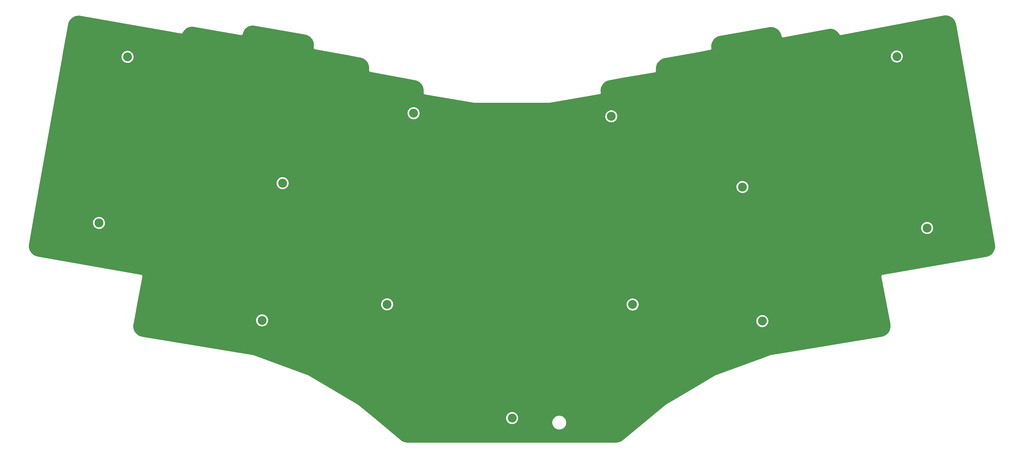
<source format=gbr>
%TF.GenerationSoftware,KiCad,Pcbnew,(6.0.5)*%
%TF.CreationDate,2022-11-14T00:39:22-08:00*%
%TF.ProjectId,po-bottom-plate,706f2d62-6f74-4746-9f6d-2d706c617465,rev?*%
%TF.SameCoordinates,Original*%
%TF.FileFunction,Copper,L1,Top*%
%TF.FilePolarity,Positive*%
%FSLAX46Y46*%
G04 Gerber Fmt 4.6, Leading zero omitted, Abs format (unit mm)*
G04 Created by KiCad (PCBNEW (6.0.5)) date 2022-11-14 00:39:22*
%MOMM*%
%LPD*%
G01*
G04 APERTURE LIST*
%TA.AperFunction,WasherPad*%
%ADD10C,2.900000*%
%TD*%
G04 APERTURE END LIST*
D10*
%TO.P,H11,*%
%TO.N,*%
X266542584Y-182865693D03*
%TD*%
%TO.P,H13,*%
%TO.N,*%
X362532581Y-157895694D03*
%TD*%
%TO.P,H1,*%
%TO.N,*%
X101912586Y-102055688D03*
%TD*%
%TO.P,H8,*%
%TO.N,*%
X259592582Y-121455690D03*
%TD*%
%TO.P,H2,*%
%TO.N,*%
X195142587Y-120455688D03*
%TD*%
%TO.P,H5,*%
%TO.N,*%
X186532582Y-182815691D03*
%TD*%
%TO.P,H6,*%
%TO.N,*%
X145762583Y-188035688D03*
%TD*%
%TO.P,H10,*%
%TO.N,*%
X302342582Y-144515691D03*
%TD*%
%TO.P,H9,*%
%TO.N,*%
X352652583Y-101935691D03*
%TD*%
%TO.P,H3,*%
%TO.N,*%
X152452584Y-143265692D03*
%TD*%
%TO.P,H7,*%
%TO.N,*%
X227262585Y-219925692D03*
%TD*%
%TO.P,H4,*%
%TO.N,*%
X92612583Y-156245688D03*
%TD*%
%TO.P,H12,*%
%TO.N,*%
X308812583Y-188285693D03*
%TD*%
%TA.AperFunction,NonConductor*%
G36*
X368597744Y-88537633D02*
G01*
X368928611Y-88562894D01*
X368940879Y-88564439D01*
X369267686Y-88622011D01*
X369279744Y-88624751D01*
X369599334Y-88714080D01*
X369611066Y-88717989D01*
X369920360Y-88838215D01*
X369931652Y-88843255D01*
X370227679Y-88993222D01*
X370238421Y-88999345D01*
X370518323Y-89177608D01*
X370528401Y-89184745D01*
X370789480Y-89389587D01*
X370798822Y-89397688D01*
X371038562Y-89627131D01*
X371047065Y-89636109D01*
X371263156Y-89887942D01*
X371270738Y-89897710D01*
X371306656Y-89948993D01*
X371461106Y-90169517D01*
X371467694Y-90179981D01*
X371630501Y-90469137D01*
X371636032Y-90480197D01*
X371682269Y-90585247D01*
X371769716Y-90783930D01*
X371774129Y-90795462D01*
X371799859Y-90874040D01*
X371877395Y-91110833D01*
X371880662Y-91122759D01*
X371944528Y-91410713D01*
X371947503Y-91436137D01*
X371947670Y-91447460D01*
X371954836Y-91470689D01*
X371957583Y-91479596D01*
X371961261Y-91494826D01*
X381650650Y-146373332D01*
X384607924Y-163122660D01*
X384625845Y-163224163D01*
X384627750Y-163244213D01*
X384628077Y-163266403D01*
X384630724Y-163274983D01*
X384633831Y-163285056D01*
X384638522Y-163307100D01*
X384674757Y-163607304D01*
X384675635Y-163619638D01*
X384682916Y-163951406D01*
X384682580Y-163963766D01*
X384658341Y-164281140D01*
X384657310Y-164294633D01*
X384655765Y-164306902D01*
X384598182Y-164633719D01*
X384595441Y-164645776D01*
X384506107Y-164965362D01*
X384502202Y-164977080D01*
X384436192Y-165146894D01*
X384381970Y-165286380D01*
X384376930Y-165297671D01*
X384226958Y-165593701D01*
X384220844Y-165604428D01*
X384042571Y-165884344D01*
X384035438Y-165894416D01*
X383830596Y-166155499D01*
X383822496Y-166164841D01*
X383593056Y-166404584D01*
X383584078Y-166413087D01*
X383332251Y-166629179D01*
X383322484Y-166636761D01*
X383050683Y-166827136D01*
X383040220Y-166833724D01*
X382751064Y-166996543D01*
X382740006Y-167002073D01*
X382436282Y-167135766D01*
X382424743Y-167140183D01*
X382109380Y-167243462D01*
X382097454Y-167246729D01*
X381809545Y-167310601D01*
X381784119Y-167313578D01*
X381781732Y-167313613D01*
X381781729Y-167313613D01*
X381772759Y-167313746D01*
X381764190Y-167316390D01*
X381764181Y-167316391D01*
X381741336Y-167323439D01*
X381725819Y-167327168D01*
X364644684Y-170302936D01*
X348104448Y-173184471D01*
X348102703Y-173184655D01*
X348100888Y-173184466D01*
X348095930Y-173185371D01*
X348095924Y-173185372D01*
X348026851Y-173197985D01*
X348025843Y-173198164D01*
X348001203Y-173202457D01*
X348001192Y-173202459D01*
X347997348Y-173203129D01*
X347995918Y-173203595D01*
X347994730Y-173203850D01*
X347957600Y-173210630D01*
X347949577Y-173214656D01*
X347949574Y-173214657D01*
X347935228Y-173221856D01*
X347917720Y-173229051D01*
X347902456Y-173234020D01*
X347902454Y-173234021D01*
X347893918Y-173236800D01*
X347882045Y-173244909D01*
X347868970Y-173253839D01*
X347854422Y-173262405D01*
X347835437Y-173271932D01*
X347835432Y-173271935D01*
X347827414Y-173275959D01*
X347809088Y-173293018D01*
X347794310Y-173304831D01*
X347781051Y-173313887D01*
X347773637Y-173318951D01*
X347756983Y-173339249D01*
X347754475Y-173342306D01*
X347742914Y-173354613D01*
X347727367Y-173369084D01*
X347727362Y-173369090D01*
X347720797Y-173375201D01*
X347716210Y-173382910D01*
X347716207Y-173382914D01*
X347707998Y-173396711D01*
X347697127Y-173412203D01*
X347681248Y-173431557D01*
X347675109Y-173445972D01*
X347669407Y-173459361D01*
X347661767Y-173474412D01*
X347646319Y-173500377D01*
X347640071Y-173524619D01*
X347633987Y-173542532D01*
X347624176Y-173565569D01*
X347623118Y-173574486D01*
X347620615Y-173595579D01*
X347617506Y-173612175D01*
X347612209Y-173632728D01*
X347612209Y-173632732D01*
X347609968Y-173641426D01*
X347610258Y-173650403D01*
X347610775Y-173666441D01*
X347609963Y-173685349D01*
X347607013Y-173710212D01*
X347608499Y-173719061D01*
X347608499Y-173719065D01*
X347612808Y-173744724D01*
X347613450Y-173749348D01*
X347613577Y-173753286D01*
X347619374Y-173783969D01*
X347619807Y-173786402D01*
X347631134Y-173853858D01*
X347633032Y-173857778D01*
X347634159Y-173862236D01*
X350546047Y-189275825D01*
X350548223Y-189297355D01*
X350548361Y-189306735D01*
X350548362Y-189306739D01*
X350548494Y-189315716D01*
X350554248Y-189334369D01*
X350558936Y-189356402D01*
X350594217Y-189648707D01*
X350595172Y-189656617D01*
X350596050Y-189668945D01*
X350599676Y-189834191D01*
X350603330Y-190000719D01*
X350602994Y-190013079D01*
X350589048Y-190195675D01*
X350579513Y-190320515D01*
X350577723Y-190343946D01*
X350576178Y-190356214D01*
X350518594Y-190683030D01*
X350515853Y-190695087D01*
X350432686Y-190992611D01*
X350426520Y-191014668D01*
X350422611Y-191026399D01*
X350302380Y-191335692D01*
X350297340Y-191346983D01*
X350157276Y-191623456D01*
X350147373Y-191643003D01*
X350141250Y-191653745D01*
X349962990Y-191933640D01*
X349955845Y-191943731D01*
X349751002Y-192204816D01*
X349742915Y-192214142D01*
X349513474Y-192453886D01*
X349504497Y-192462389D01*
X349252660Y-192678491D01*
X349242892Y-192686073D01*
X348971096Y-192876444D01*
X348960633Y-192883032D01*
X348671482Y-193045849D01*
X348660423Y-193051380D01*
X348479227Y-193131140D01*
X348356696Y-193185076D01*
X348345160Y-193189492D01*
X348029793Y-193292774D01*
X348017881Y-193296037D01*
X347797043Y-193345030D01*
X347729976Y-193359909D01*
X347704547Y-193362886D01*
X347702153Y-193362921D01*
X347702150Y-193362921D01*
X347693176Y-193363054D01*
X347664409Y-193371929D01*
X347647829Y-193375838D01*
X317940593Y-198286322D01*
X311736182Y-199311886D01*
X311727999Y-199312782D01*
X311721193Y-199312182D01*
X311658768Y-199324614D01*
X311654724Y-199325350D01*
X311634554Y-199328684D01*
X311634545Y-199328686D01*
X311630135Y-199329415D01*
X311625870Y-199330763D01*
X311621503Y-199331808D01*
X311621478Y-199331704D01*
X311617513Y-199332722D01*
X311616208Y-199333089D01*
X311611430Y-199334040D01*
X311606861Y-199335713D01*
X311606858Y-199335714D01*
X311588472Y-199342447D01*
X311583111Y-199344274D01*
X311534979Y-199359483D01*
X311534976Y-199359484D01*
X311526417Y-199362189D01*
X311518958Y-199367189D01*
X311518257Y-199367526D01*
X311506976Y-199372290D01*
X308921563Y-200319061D01*
X293606874Y-205927254D01*
X293599741Y-205929422D01*
X293593417Y-205930037D01*
X293585087Y-205933377D01*
X293575335Y-205937287D01*
X293533495Y-205954064D01*
X293529947Y-205955424D01*
X293510161Y-205962670D01*
X293510157Y-205962672D01*
X293505943Y-205964215D01*
X293501989Y-205966341D01*
X293497910Y-205968173D01*
X293497844Y-205968026D01*
X293497178Y-205968338D01*
X293494064Y-205969875D01*
X293489538Y-205971690D01*
X293467915Y-205984529D01*
X293463252Y-205987166D01*
X293410137Y-206015720D01*
X293403927Y-206021836D01*
X293394078Y-206028369D01*
X282143796Y-212708228D01*
X277262073Y-215606753D01*
X277261481Y-215607051D01*
X277260850Y-215607214D01*
X277249383Y-215614063D01*
X277185868Y-215651999D01*
X277185585Y-215652167D01*
X277169480Y-215661729D01*
X277169475Y-215661732D01*
X277168088Y-215662556D01*
X277167789Y-215662797D01*
X277164765Y-215664603D01*
X277139957Y-215685198D01*
X277138684Y-215686239D01*
X277083377Y-215730787D01*
X277081535Y-215733433D01*
X277079186Y-215735650D01*
X267564015Y-223635037D01*
X263697491Y-226844981D01*
X263687208Y-226852667D01*
X263660736Y-226870427D01*
X263660731Y-226870432D01*
X263653281Y-226875430D01*
X263646181Y-226883940D01*
X263640455Y-226890802D01*
X263624768Y-226906543D01*
X263372495Y-227118522D01*
X263363168Y-227125645D01*
X263067659Y-227330272D01*
X263057714Y-227336494D01*
X262853096Y-227451614D01*
X262744430Y-227512750D01*
X262733944Y-227518022D01*
X262405631Y-227664359D01*
X262394701Y-227668632D01*
X262054199Y-227783786D01*
X262042917Y-227787024D01*
X261693163Y-227870001D01*
X261681651Y-227872171D01*
X261325692Y-227922248D01*
X261314025Y-227923338D01*
X261044126Y-227935920D01*
X260992158Y-227938343D01*
X260966907Y-227936980D01*
X260964238Y-227936564D01*
X260964233Y-227936564D01*
X260955364Y-227935183D01*
X260946462Y-227936347D01*
X260946459Y-227936347D01*
X260923788Y-227939312D01*
X260907451Y-227940376D01*
X230089281Y-227940374D01*
X193434449Y-227940372D01*
X193415064Y-227938872D01*
X193400243Y-227936564D01*
X193400240Y-227936564D01*
X193391371Y-227935183D01*
X193382469Y-227936347D01*
X193382468Y-227936347D01*
X193371513Y-227937779D01*
X193349311Y-227938705D01*
X193220979Y-227932722D01*
X193020153Y-227923359D01*
X193008488Y-227922269D01*
X192652525Y-227872192D01*
X192641013Y-227870022D01*
X192291254Y-227787044D01*
X192279974Y-227783806D01*
X191939469Y-227668652D01*
X191928539Y-227664379D01*
X191600216Y-227518039D01*
X191589731Y-227512767D01*
X191433094Y-227424644D01*
X191276452Y-227336518D01*
X191266515Y-227330302D01*
X190970987Y-227125665D01*
X190961660Y-227118541D01*
X190715189Y-226911441D01*
X190697560Y-226893315D01*
X190695699Y-226890970D01*
X190695696Y-226890967D01*
X190690118Y-226883940D01*
X190682792Y-226878761D01*
X190682789Y-226878758D01*
X190650340Y-226855818D01*
X190642594Y-226849879D01*
X182227799Y-219864017D01*
X225300051Y-219864017D01*
X225310940Y-220141156D01*
X225360769Y-220413995D01*
X225448545Y-220677092D01*
X225450537Y-220681079D01*
X225450538Y-220681081D01*
X225532181Y-220844474D01*
X225572515Y-220925196D01*
X225730208Y-221153358D01*
X225770927Y-221197408D01*
X225915459Y-221353762D01*
X225915464Y-221353767D01*
X225918475Y-221357024D01*
X226133560Y-221532131D01*
X226371173Y-221675186D01*
X226375268Y-221676920D01*
X226375270Y-221676921D01*
X226622471Y-221781597D01*
X226622478Y-221781599D01*
X226626572Y-221783333D01*
X226725345Y-221809522D01*
X226890364Y-221853277D01*
X226890369Y-221853278D01*
X226894661Y-221854416D01*
X226899070Y-221854938D01*
X226899076Y-221854939D01*
X227079248Y-221876263D01*
X227170091Y-221887015D01*
X227447367Y-221880481D01*
X227533603Y-221866127D01*
X227716566Y-221835674D01*
X227716570Y-221835673D01*
X227720956Y-221834943D01*
X227725197Y-221833602D01*
X227725200Y-221833601D01*
X227981153Y-221752654D01*
X227981155Y-221752653D01*
X227985399Y-221751311D01*
X227989410Y-221749385D01*
X227989415Y-221749383D01*
X228231401Y-221633183D01*
X228231402Y-221633182D01*
X228235420Y-221631253D01*
X228387978Y-221529317D01*
X228462322Y-221479642D01*
X228462326Y-221479639D01*
X228466030Y-221477164D01*
X228561273Y-221391857D01*
X240350999Y-221391857D01*
X240351269Y-221395976D01*
X240369683Y-221676921D01*
X240370362Y-221687283D01*
X240371164Y-221691316D01*
X240371165Y-221691322D01*
X240427315Y-221973604D01*
X240428121Y-221977654D01*
X240523286Y-222258002D01*
X240654230Y-222523530D01*
X240818712Y-222769695D01*
X240821426Y-222772789D01*
X240821430Y-222772795D01*
X241011209Y-222989195D01*
X241013918Y-222992284D01*
X241017007Y-222994993D01*
X241233407Y-223184772D01*
X241233413Y-223184776D01*
X241236507Y-223187490D01*
X241239933Y-223189779D01*
X241239938Y-223189783D01*
X241423750Y-223312601D01*
X241482672Y-223351972D01*
X241486371Y-223353796D01*
X241486376Y-223353799D01*
X241622658Y-223421005D01*
X241748200Y-223482916D01*
X241752105Y-223484241D01*
X241752106Y-223484242D01*
X242024635Y-223576753D01*
X242024639Y-223576754D01*
X242028548Y-223578081D01*
X242032592Y-223578885D01*
X242032598Y-223578887D01*
X242314880Y-223635037D01*
X242314886Y-223635038D01*
X242318919Y-223635840D01*
X242323024Y-223636109D01*
X242323031Y-223636110D01*
X242610226Y-223654933D01*
X242614345Y-223655203D01*
X242618464Y-223654933D01*
X242905659Y-223636110D01*
X242905666Y-223636109D01*
X242909771Y-223635840D01*
X242913804Y-223635038D01*
X242913810Y-223635037D01*
X243196092Y-223578887D01*
X243196098Y-223578885D01*
X243200142Y-223578081D01*
X243204051Y-223576754D01*
X243204055Y-223576753D01*
X243476584Y-223484242D01*
X243476585Y-223484241D01*
X243480490Y-223482916D01*
X243606032Y-223421005D01*
X243742314Y-223353799D01*
X243742319Y-223353796D01*
X243746018Y-223351972D01*
X243804940Y-223312601D01*
X243988752Y-223189783D01*
X243988757Y-223189779D01*
X243992183Y-223187490D01*
X243995277Y-223184776D01*
X243995283Y-223184772D01*
X244211683Y-222994993D01*
X244214772Y-222992284D01*
X244217481Y-222989195D01*
X244407260Y-222772795D01*
X244407264Y-222772789D01*
X244409978Y-222769695D01*
X244574460Y-222523530D01*
X244705404Y-222258002D01*
X244800569Y-221977654D01*
X244801375Y-221973604D01*
X244857525Y-221691322D01*
X244857526Y-221691316D01*
X244858328Y-221687283D01*
X244859008Y-221676921D01*
X244877421Y-221395976D01*
X244877691Y-221391857D01*
X244863561Y-221176273D01*
X244858598Y-221100543D01*
X244858597Y-221100536D01*
X244858328Y-221096431D01*
X244823476Y-220921216D01*
X244801375Y-220810110D01*
X244801373Y-220810104D01*
X244800569Y-220806060D01*
X244758145Y-220681081D01*
X244706730Y-220529618D01*
X244706729Y-220529617D01*
X244705404Y-220525712D01*
X244574460Y-220260184D01*
X244494928Y-220141156D01*
X244412271Y-220017450D01*
X244412267Y-220017445D01*
X244409978Y-220014019D01*
X244407264Y-220010925D01*
X244407260Y-220010919D01*
X244217481Y-219794519D01*
X244214772Y-219791430D01*
X244211683Y-219788721D01*
X243995283Y-219598942D01*
X243995277Y-219598938D01*
X243992183Y-219596224D01*
X243988757Y-219593935D01*
X243988752Y-219593931D01*
X243749451Y-219434036D01*
X243746018Y-219431742D01*
X243742319Y-219429918D01*
X243742314Y-219429915D01*
X243508891Y-219314804D01*
X243480490Y-219300798D01*
X243476584Y-219299472D01*
X243204055Y-219206961D01*
X243204051Y-219206960D01*
X243200142Y-219205633D01*
X243196098Y-219204829D01*
X243196092Y-219204827D01*
X242913810Y-219148677D01*
X242913804Y-219148676D01*
X242909771Y-219147874D01*
X242905666Y-219147605D01*
X242905659Y-219147604D01*
X242618464Y-219128781D01*
X242614345Y-219128511D01*
X242610226Y-219128781D01*
X242323031Y-219147604D01*
X242323024Y-219147605D01*
X242318919Y-219147874D01*
X242314886Y-219148676D01*
X242314880Y-219148677D01*
X242032598Y-219204827D01*
X242032592Y-219204829D01*
X242028548Y-219205633D01*
X242024639Y-219206960D01*
X242024635Y-219206961D01*
X241752106Y-219299472D01*
X241748200Y-219300798D01*
X241719799Y-219314804D01*
X241486376Y-219429915D01*
X241486371Y-219429918D01*
X241482672Y-219431742D01*
X241479239Y-219434036D01*
X241239938Y-219593931D01*
X241239933Y-219593935D01*
X241236507Y-219596224D01*
X241233413Y-219598938D01*
X241233407Y-219598942D01*
X241017007Y-219788721D01*
X241013918Y-219791430D01*
X241011209Y-219794519D01*
X240821430Y-220010919D01*
X240821426Y-220010925D01*
X240818712Y-220014019D01*
X240816423Y-220017445D01*
X240816419Y-220017450D01*
X240733762Y-220141156D01*
X240654230Y-220260184D01*
X240523286Y-220525712D01*
X240521961Y-220529617D01*
X240521960Y-220529618D01*
X240470546Y-220681081D01*
X240428121Y-220806060D01*
X240427317Y-220810104D01*
X240427315Y-220810110D01*
X240405215Y-220921216D01*
X240370362Y-221096431D01*
X240370093Y-221100536D01*
X240370092Y-221100543D01*
X240365129Y-221176273D01*
X240350999Y-221391857D01*
X228561273Y-221391857D01*
X228672628Y-221292119D01*
X228851092Y-221079810D01*
X228997861Y-220844474D01*
X229110007Y-220590805D01*
X229185292Y-220323865D01*
X229198540Y-220225229D01*
X229221786Y-220052163D01*
X229221787Y-220052155D01*
X229222213Y-220048981D01*
X229226088Y-219925692D01*
X229206499Y-219649032D01*
X229159719Y-219431742D01*
X229149061Y-219382239D01*
X229149060Y-219382237D01*
X229148125Y-219377892D01*
X229052128Y-219117682D01*
X229024244Y-219066003D01*
X228922538Y-218877510D01*
X228920425Y-218873594D01*
X228755644Y-218650499D01*
X228752525Y-218647330D01*
X228752521Y-218647326D01*
X228659700Y-218553035D01*
X228561073Y-218452847D01*
X228557533Y-218450145D01*
X228344138Y-218287287D01*
X228344134Y-218287284D01*
X228340593Y-218284582D01*
X228098604Y-218149061D01*
X228094455Y-218147456D01*
X228094451Y-218147454D01*
X227939249Y-218087412D01*
X227839934Y-218048990D01*
X227835609Y-218047987D01*
X227835604Y-218047986D01*
X227727314Y-218022886D01*
X227569745Y-217986363D01*
X227293426Y-217962431D01*
X227288991Y-217962675D01*
X227288987Y-217962675D01*
X227020936Y-217977427D01*
X227020929Y-217977428D01*
X227016493Y-217977672D01*
X226881502Y-218004523D01*
X226748841Y-218030911D01*
X226748836Y-218030912D01*
X226744469Y-218031781D01*
X226740266Y-218033257D01*
X226486992Y-218122200D01*
X226486989Y-218122201D01*
X226482784Y-218123678D01*
X226478831Y-218125731D01*
X226478825Y-218125734D01*
X226339319Y-218198202D01*
X226236658Y-218251530D01*
X226233043Y-218254113D01*
X226233037Y-218254117D01*
X226090256Y-218356150D01*
X226011001Y-218412787D01*
X225810317Y-218604230D01*
X225638610Y-218822040D01*
X225636378Y-218825882D01*
X225636375Y-218825887D01*
X225501543Y-219058016D01*
X225501540Y-219058022D01*
X225499305Y-219061870D01*
X225497631Y-219066003D01*
X225396856Y-219314804D01*
X225396853Y-219314812D01*
X225395183Y-219318936D01*
X225328320Y-219588109D01*
X225300051Y-219864017D01*
X182227799Y-219864017D01*
X177255896Y-215736403D01*
X177255416Y-215735944D01*
X177255050Y-215735405D01*
X177187357Y-215679503D01*
X177171795Y-215666584D01*
X177171473Y-215666387D01*
X177168753Y-215664140D01*
X177141052Y-215647693D01*
X177139478Y-215646742D01*
X177086253Y-215614063D01*
X177079100Y-215609671D01*
X177075991Y-215608824D01*
X177073118Y-215607357D01*
X162391997Y-206890439D01*
X160939710Y-206028143D01*
X160933533Y-206023991D01*
X160929061Y-206019478D01*
X160921211Y-206015133D01*
X160921204Y-206015128D01*
X160872574Y-205988213D01*
X160869262Y-205986314D01*
X160851160Y-205975566D01*
X160851155Y-205975563D01*
X160847299Y-205973274D01*
X160843157Y-205971554D01*
X160839151Y-205969546D01*
X160839224Y-205969400D01*
X160838666Y-205969131D01*
X160835398Y-205967639D01*
X160831140Y-205965282D01*
X160826580Y-205963612D01*
X160826571Y-205963608D01*
X160807504Y-205956626D01*
X160802513Y-205954677D01*
X160755131Y-205935002D01*
X160755128Y-205935001D01*
X160746843Y-205931561D01*
X160738177Y-205930612D01*
X160726886Y-205927104D01*
X142826589Y-199372068D01*
X142819024Y-199368818D01*
X142813396Y-199364945D01*
X142752954Y-199345030D01*
X142749061Y-199343677D01*
X142729865Y-199336648D01*
X142729866Y-199336648D01*
X142725657Y-199335107D01*
X142721269Y-199334178D01*
X142716963Y-199332940D01*
X142716993Y-199332836D01*
X142713067Y-199331777D01*
X142711734Y-199331449D01*
X142707099Y-199329922D01*
X142682981Y-199325935D01*
X142677440Y-199324891D01*
X142619247Y-199312562D01*
X142610299Y-199313241D01*
X142609521Y-199313189D01*
X142597350Y-199311781D01*
X125186394Y-196433822D01*
X106697331Y-193377655D01*
X106676550Y-193372371D01*
X106658712Y-193366175D01*
X106649745Y-193365728D01*
X106649744Y-193365728D01*
X106639224Y-193365204D01*
X106616903Y-193362073D01*
X106333481Y-193296039D01*
X106322400Y-193293457D01*
X106310512Y-193290065D01*
X106001051Y-193185074D01*
X105996254Y-193183446D01*
X105984761Y-193178907D01*
X105682476Y-193042002D01*
X105671478Y-193036355D01*
X105384068Y-192870477D01*
X105373683Y-192863784D01*
X105103909Y-192670526D01*
X105094234Y-192662850D01*
X104844705Y-192444082D01*
X104835818Y-192435483D01*
X104608944Y-192193320D01*
X104600943Y-192183892D01*
X104398900Y-191920657D01*
X104391861Y-191910490D01*
X104216589Y-191628711D01*
X104210581Y-191617903D01*
X104063777Y-191320306D01*
X104058857Y-191308961D01*
X103952470Y-191026399D01*
X103941927Y-190998396D01*
X103938146Y-190986633D01*
X103856760Y-190683030D01*
X103852224Y-190666110D01*
X103849612Y-190654024D01*
X103800411Y-190356214D01*
X103795520Y-190326612D01*
X103794107Y-190314333D01*
X103772371Y-189983216D01*
X103772167Y-189970852D01*
X103782993Y-189639189D01*
X103784002Y-189626865D01*
X103814019Y-189398702D01*
X103822498Y-189334250D01*
X103828400Y-189309337D01*
X103829108Y-189307299D01*
X103832054Y-189298820D01*
X103833532Y-189269213D01*
X103835564Y-189252107D01*
X103843849Y-189208256D01*
X104077018Y-187974013D01*
X143800049Y-187974013D01*
X143810938Y-188251152D01*
X143860767Y-188523991D01*
X143948543Y-188787088D01*
X143950535Y-188791075D01*
X143950536Y-188791077D01*
X144032388Y-188954888D01*
X144072513Y-189035192D01*
X144230206Y-189263354D01*
X144261636Y-189297355D01*
X144415457Y-189463758D01*
X144415462Y-189463763D01*
X144418473Y-189467020D01*
X144633558Y-189642127D01*
X144637376Y-189644426D01*
X144637378Y-189644427D01*
X144794086Y-189738773D01*
X144871171Y-189785182D01*
X144875266Y-189786916D01*
X144875268Y-189786917D01*
X145122469Y-189891593D01*
X145122476Y-189891595D01*
X145126570Y-189893329D01*
X145225343Y-189919518D01*
X145390362Y-189963273D01*
X145390367Y-189963274D01*
X145394659Y-189964412D01*
X145399068Y-189964934D01*
X145399074Y-189964935D01*
X145579246Y-189986259D01*
X145670089Y-189997011D01*
X145947365Y-189990477D01*
X146065271Y-189970852D01*
X146216564Y-189945670D01*
X146216568Y-189945669D01*
X146220954Y-189944939D01*
X146225195Y-189943598D01*
X146225198Y-189943597D01*
X146481151Y-189862650D01*
X146481153Y-189862649D01*
X146485397Y-189861307D01*
X146489408Y-189859381D01*
X146489413Y-189859379D01*
X146731399Y-189743179D01*
X146731400Y-189743178D01*
X146735418Y-189741249D01*
X146852874Y-189662767D01*
X146962320Y-189589638D01*
X146962324Y-189589635D01*
X146966028Y-189587160D01*
X147172626Y-189402115D01*
X147351090Y-189189806D01*
X147497859Y-188954470D01*
X147610005Y-188700801D01*
X147616025Y-188679458D01*
X147635193Y-188611491D01*
X147685290Y-188433861D01*
X147690658Y-188393899D01*
X147713475Y-188224018D01*
X306850049Y-188224018D01*
X306860938Y-188501157D01*
X306910767Y-188773996D01*
X306998543Y-189037093D01*
X307000535Y-189041080D01*
X307000536Y-189041082D01*
X307114529Y-189269218D01*
X307122513Y-189285197D01*
X307280206Y-189513359D01*
X307283228Y-189516628D01*
X307465457Y-189713763D01*
X307465462Y-189713768D01*
X307468473Y-189717025D01*
X307683558Y-189892132D01*
X307687376Y-189894431D01*
X307687378Y-189894432D01*
X307884450Y-190013079D01*
X307921171Y-190035187D01*
X307925266Y-190036921D01*
X307925268Y-190036922D01*
X308172469Y-190141598D01*
X308172476Y-190141600D01*
X308176570Y-190143334D01*
X308275343Y-190169523D01*
X308440362Y-190213278D01*
X308440367Y-190213279D01*
X308444659Y-190214417D01*
X308449068Y-190214939D01*
X308449074Y-190214940D01*
X308629246Y-190236264D01*
X308720089Y-190247016D01*
X308997365Y-190240482D01*
X309083601Y-190226128D01*
X309266564Y-190195675D01*
X309266568Y-190195674D01*
X309270954Y-190194944D01*
X309275195Y-190193603D01*
X309275198Y-190193602D01*
X309531151Y-190112655D01*
X309531153Y-190112654D01*
X309535397Y-190111312D01*
X309539408Y-190109386D01*
X309539413Y-190109384D01*
X309781399Y-189993184D01*
X309781400Y-189993183D01*
X309785418Y-189991254D01*
X309979897Y-189861307D01*
X310012320Y-189839643D01*
X310012324Y-189839640D01*
X310016028Y-189837165D01*
X310222626Y-189652120D01*
X310401090Y-189439811D01*
X310547859Y-189204475D01*
X310660005Y-188950806D01*
X310735290Y-188683866D01*
X310740658Y-188643904D01*
X310771784Y-188412164D01*
X310771785Y-188412156D01*
X310772211Y-188408982D01*
X310776086Y-188285693D01*
X310756497Y-188009033D01*
X310748004Y-187969581D01*
X310699059Y-187742240D01*
X310699058Y-187742238D01*
X310698123Y-187737893D01*
X310602126Y-187477683D01*
X310574242Y-187426004D01*
X310472536Y-187237511D01*
X310470423Y-187233595D01*
X310305642Y-187010500D01*
X310302523Y-187007331D01*
X310302519Y-187007327D01*
X310209698Y-186913036D01*
X310111071Y-186812848D01*
X310107531Y-186810146D01*
X309894136Y-186647288D01*
X309894132Y-186647285D01*
X309890591Y-186644583D01*
X309648602Y-186509062D01*
X309644453Y-186507457D01*
X309644449Y-186507455D01*
X309489247Y-186447413D01*
X309389932Y-186408991D01*
X309385607Y-186407988D01*
X309385602Y-186407987D01*
X309277312Y-186382887D01*
X309119743Y-186346364D01*
X308843424Y-186322432D01*
X308838989Y-186322676D01*
X308838985Y-186322676D01*
X308570934Y-186337428D01*
X308570927Y-186337429D01*
X308566491Y-186337673D01*
X308456890Y-186359474D01*
X308298839Y-186390912D01*
X308298834Y-186390913D01*
X308294467Y-186391782D01*
X308290264Y-186393258D01*
X308036990Y-186482201D01*
X308036987Y-186482202D01*
X308032782Y-186483679D01*
X308028829Y-186485732D01*
X308028823Y-186485735D01*
X307889317Y-186558203D01*
X307786656Y-186611531D01*
X307783041Y-186614114D01*
X307783035Y-186614118D01*
X307647247Y-186711154D01*
X307560999Y-186772788D01*
X307360315Y-186964231D01*
X307323840Y-187010500D01*
X307199668Y-187168012D01*
X307188608Y-187182041D01*
X307186376Y-187185883D01*
X307186373Y-187185888D01*
X307051541Y-187418017D01*
X307051538Y-187418023D01*
X307049303Y-187421871D01*
X307047629Y-187426004D01*
X306946854Y-187674805D01*
X306946851Y-187674813D01*
X306945181Y-187678937D01*
X306878318Y-187948110D01*
X306850049Y-188224018D01*
X147713475Y-188224018D01*
X147721784Y-188162159D01*
X147721785Y-188162151D01*
X147722211Y-188158977D01*
X147726086Y-188035688D01*
X147706497Y-187759028D01*
X147690186Y-187683263D01*
X147649059Y-187492235D01*
X147649058Y-187492233D01*
X147648123Y-187487888D01*
X147552126Y-187227678D01*
X147524242Y-187175999D01*
X147422536Y-186987506D01*
X147420423Y-186983590D01*
X147264722Y-186772788D01*
X147258291Y-186764081D01*
X147258289Y-186764078D01*
X147255642Y-186760495D01*
X147252523Y-186757326D01*
X147252519Y-186757322D01*
X147139392Y-186642404D01*
X147061071Y-186562843D01*
X147057531Y-186560141D01*
X146844136Y-186397283D01*
X146844132Y-186397280D01*
X146840591Y-186394578D01*
X146598602Y-186259057D01*
X146594453Y-186257452D01*
X146594449Y-186257450D01*
X146439247Y-186197408D01*
X146339932Y-186158986D01*
X146335607Y-186157983D01*
X146335602Y-186157982D01*
X146227312Y-186132882D01*
X146069743Y-186096359D01*
X145793424Y-186072427D01*
X145788989Y-186072671D01*
X145788985Y-186072671D01*
X145520934Y-186087423D01*
X145520927Y-186087424D01*
X145516491Y-186087668D01*
X145381500Y-186114519D01*
X145248839Y-186140907D01*
X145248834Y-186140908D01*
X145244467Y-186141777D01*
X145240264Y-186143253D01*
X144986990Y-186232196D01*
X144986987Y-186232197D01*
X144982782Y-186233674D01*
X144978829Y-186235727D01*
X144978823Y-186235730D01*
X144839317Y-186308198D01*
X144736656Y-186361526D01*
X144733041Y-186364109D01*
X144733035Y-186364113D01*
X144671640Y-186407987D01*
X144510999Y-186522783D01*
X144310315Y-186714226D01*
X144138608Y-186932036D01*
X144136376Y-186935878D01*
X144136373Y-186935883D01*
X144001541Y-187168012D01*
X144001538Y-187168018D01*
X143999303Y-187171866D01*
X143997629Y-187175999D01*
X143896854Y-187424800D01*
X143896851Y-187424808D01*
X143895181Y-187428932D01*
X143853033Y-187598609D01*
X143832005Y-187683263D01*
X143828318Y-187698105D01*
X143800049Y-187974013D01*
X104077018Y-187974013D01*
X105063164Y-182754016D01*
X184570048Y-182754016D01*
X184580937Y-183031155D01*
X184630766Y-183303994D01*
X184718542Y-183567091D01*
X184720534Y-183571078D01*
X184720535Y-183571080D01*
X184802178Y-183734473D01*
X184842512Y-183815195D01*
X185000205Y-184043357D01*
X185003227Y-184046626D01*
X185185456Y-184243761D01*
X185185461Y-184243766D01*
X185188472Y-184247023D01*
X185403557Y-184422130D01*
X185641170Y-184565185D01*
X185645265Y-184566919D01*
X185645267Y-184566920D01*
X185892468Y-184671596D01*
X185892475Y-184671598D01*
X185896569Y-184673332D01*
X185969446Y-184692655D01*
X186160361Y-184743276D01*
X186160366Y-184743277D01*
X186164658Y-184744415D01*
X186169067Y-184744937D01*
X186169073Y-184744938D01*
X186349245Y-184766262D01*
X186440088Y-184777014D01*
X186717364Y-184770480D01*
X186803600Y-184756126D01*
X186986563Y-184725673D01*
X186986567Y-184725672D01*
X186990953Y-184724942D01*
X186995194Y-184723601D01*
X186995197Y-184723600D01*
X187251150Y-184642653D01*
X187251152Y-184642652D01*
X187255396Y-184641310D01*
X187259407Y-184639384D01*
X187259412Y-184639382D01*
X187501398Y-184523182D01*
X187501399Y-184523181D01*
X187505417Y-184521252D01*
X187665645Y-184414191D01*
X187732319Y-184369641D01*
X187732323Y-184369638D01*
X187736027Y-184367163D01*
X187942625Y-184182118D01*
X188121089Y-183969809D01*
X188267858Y-183734473D01*
X188380004Y-183480804D01*
X188455289Y-183213864D01*
X188485494Y-182988982D01*
X188491783Y-182942162D01*
X188491784Y-182942154D01*
X188492210Y-182938980D01*
X188494412Y-182868915D01*
X188495984Y-182818913D01*
X188495984Y-182818908D01*
X188496085Y-182815691D01*
X188495259Y-182804018D01*
X264580050Y-182804018D01*
X264580225Y-182808470D01*
X264588800Y-183026706D01*
X264590939Y-183081157D01*
X264640768Y-183353996D01*
X264728544Y-183617093D01*
X264730536Y-183621080D01*
X264730537Y-183621082D01*
X264827530Y-183815195D01*
X264852514Y-183865197D01*
X265010207Y-184093359D01*
X265013229Y-184096628D01*
X265195458Y-184293763D01*
X265195463Y-184293768D01*
X265198474Y-184297025D01*
X265413559Y-184472132D01*
X265417377Y-184474431D01*
X265417379Y-184474432D01*
X265564302Y-184562887D01*
X265651172Y-184615187D01*
X265655267Y-184616921D01*
X265655269Y-184616922D01*
X265902470Y-184721598D01*
X265902477Y-184721600D01*
X265906571Y-184723334D01*
X265912636Y-184724942D01*
X266170363Y-184793278D01*
X266170368Y-184793279D01*
X266174660Y-184794417D01*
X266179069Y-184794939D01*
X266179075Y-184794940D01*
X266359247Y-184816264D01*
X266450090Y-184827016D01*
X266727366Y-184820482D01*
X266813602Y-184806128D01*
X266996565Y-184775675D01*
X266996569Y-184775674D01*
X267000955Y-184774944D01*
X267005196Y-184773603D01*
X267005199Y-184773602D01*
X267261152Y-184692655D01*
X267261154Y-184692654D01*
X267265398Y-184691312D01*
X267269409Y-184689386D01*
X267269414Y-184689384D01*
X267511400Y-184573184D01*
X267511401Y-184573183D01*
X267515419Y-184571254D01*
X267667977Y-184469318D01*
X267742321Y-184419643D01*
X267742325Y-184419640D01*
X267746029Y-184417165D01*
X267952627Y-184232120D01*
X268131091Y-184019811D01*
X268277860Y-183784475D01*
X268390006Y-183530806D01*
X268465291Y-183263866D01*
X268490429Y-183076708D01*
X268501785Y-182992164D01*
X268501786Y-182992156D01*
X268502212Y-182988982D01*
X268503784Y-182938980D01*
X268505986Y-182868915D01*
X268505986Y-182868910D01*
X268506087Y-182865693D01*
X268486498Y-182589033D01*
X268476692Y-182543483D01*
X268429060Y-182322240D01*
X268429059Y-182322238D01*
X268428124Y-182317893D01*
X268332127Y-182057683D01*
X268304243Y-182006004D01*
X268202537Y-181817511D01*
X268200424Y-181813595D01*
X268035643Y-181590500D01*
X268032524Y-181587331D01*
X268032520Y-181587327D01*
X267937849Y-181491157D01*
X267841072Y-181392848D01*
X267837532Y-181390146D01*
X267624137Y-181227288D01*
X267624133Y-181227285D01*
X267620592Y-181224583D01*
X267378603Y-181089062D01*
X267374454Y-181087457D01*
X267374450Y-181087455D01*
X267183743Y-181013677D01*
X267119933Y-180988991D01*
X267115608Y-180987988D01*
X267115603Y-180987987D01*
X267007313Y-180962887D01*
X266849744Y-180926364D01*
X266573425Y-180902432D01*
X266568990Y-180902676D01*
X266568986Y-180902676D01*
X266300935Y-180917428D01*
X266300928Y-180917429D01*
X266296492Y-180917673D01*
X266181271Y-180940592D01*
X266028840Y-180970912D01*
X266028835Y-180970913D01*
X266024468Y-180971782D01*
X266020265Y-180973258D01*
X265766991Y-181062201D01*
X265766988Y-181062202D01*
X265762783Y-181063679D01*
X265758830Y-181065732D01*
X265758824Y-181065735D01*
X265619318Y-181138203D01*
X265516657Y-181191531D01*
X265513042Y-181194114D01*
X265513036Y-181194118D01*
X265370255Y-181296151D01*
X265291000Y-181352788D01*
X265287780Y-181355860D01*
X265142732Y-181494229D01*
X265090316Y-181544231D01*
X264918609Y-181762041D01*
X264916377Y-181765883D01*
X264916374Y-181765888D01*
X264781542Y-181998017D01*
X264781539Y-181998023D01*
X264779304Y-182001871D01*
X264777630Y-182006004D01*
X264676855Y-182254805D01*
X264676852Y-182254813D01*
X264675182Y-182258937D01*
X264633034Y-182428614D01*
X264620740Y-182478108D01*
X264608319Y-182528110D01*
X264580050Y-182804018D01*
X188495259Y-182804018D01*
X188491404Y-182749584D01*
X188476496Y-182539031D01*
X188427989Y-182313719D01*
X188419058Y-182272238D01*
X188419057Y-182272236D01*
X188418122Y-182267891D01*
X188322125Y-182007681D01*
X188294241Y-181956002D01*
X188192535Y-181767509D01*
X188190422Y-181763593D01*
X188030981Y-181547728D01*
X188028290Y-181544084D01*
X188028288Y-181544081D01*
X188025641Y-181540498D01*
X188022522Y-181537329D01*
X188022518Y-181537325D01*
X187883415Y-181396020D01*
X187831070Y-181342846D01*
X187827530Y-181340144D01*
X187614135Y-181177286D01*
X187614131Y-181177283D01*
X187610590Y-181174581D01*
X187368601Y-181039060D01*
X187364452Y-181037455D01*
X187364448Y-181037453D01*
X187192448Y-180970912D01*
X187109931Y-180938989D01*
X187105606Y-180937986D01*
X187105601Y-180937985D01*
X186953267Y-180902676D01*
X186839742Y-180876362D01*
X186563423Y-180852430D01*
X186558988Y-180852674D01*
X186558984Y-180852674D01*
X186290933Y-180867426D01*
X186290926Y-180867427D01*
X186286490Y-180867671D01*
X186151499Y-180894522D01*
X186018838Y-180920910D01*
X186018833Y-180920911D01*
X186014466Y-180921780D01*
X186010263Y-180923256D01*
X185756989Y-181012199D01*
X185756986Y-181012200D01*
X185752781Y-181013677D01*
X185748828Y-181015730D01*
X185748822Y-181015733D01*
X185659368Y-181062201D01*
X185506655Y-181141529D01*
X185503040Y-181144112D01*
X185503034Y-181144116D01*
X185390432Y-181224583D01*
X185280998Y-181302786D01*
X185080314Y-181494229D01*
X184908607Y-181712039D01*
X184906375Y-181715881D01*
X184906372Y-181715886D01*
X184771540Y-181948015D01*
X184771537Y-181948021D01*
X184769302Y-181951869D01*
X184767628Y-181956002D01*
X184666853Y-182204803D01*
X184666850Y-182204811D01*
X184665180Y-182208935D01*
X184598317Y-182478108D01*
X184570048Y-182754016D01*
X105063164Y-182754016D01*
X106749305Y-173828711D01*
X106749633Y-173827453D01*
X106750241Y-173826242D01*
X106762706Y-173758059D01*
X106764233Y-173749706D01*
X106764368Y-173748978D01*
X106764486Y-173748355D01*
X106769527Y-173721670D01*
X106769574Y-173720617D01*
X106769682Y-173719896D01*
X106771452Y-173710212D01*
X106776434Y-173682959D01*
X106773770Y-173657355D01*
X106773218Y-173638732D01*
X106774363Y-173613005D01*
X106767346Y-173584330D01*
X106764412Y-173567427D01*
X106762287Y-173547009D01*
X106762287Y-173547008D01*
X106761358Y-173538084D01*
X106751619Y-173514266D01*
X106745860Y-173496538D01*
X106741873Y-173480248D01*
X106741871Y-173480243D01*
X106739737Y-173471524D01*
X106735242Y-173463756D01*
X106735239Y-173463747D01*
X106724955Y-173445972D01*
X106717391Y-173430565D01*
X106714960Y-173424620D01*
X106706227Y-173403262D01*
X106690190Y-173383129D01*
X106679685Y-173367727D01*
X106671290Y-173353218D01*
X106666794Y-173345447D01*
X106645442Y-173325079D01*
X106633856Y-173312411D01*
X106621066Y-173296355D01*
X106615473Y-173289334D01*
X106594432Y-173274514D01*
X106580018Y-173262672D01*
X106567891Y-173251103D01*
X106567888Y-173251101D01*
X106561397Y-173244909D01*
X106553431Y-173240789D01*
X106553428Y-173240787D01*
X106535186Y-173231353D01*
X106520511Y-173222447D01*
X106503734Y-173210630D01*
X106496390Y-173205457D01*
X106472032Y-173197136D01*
X106454890Y-173189823D01*
X106432019Y-173177995D01*
X106423205Y-173176274D01*
X106423202Y-173176273D01*
X106397629Y-173171279D01*
X106393806Y-173170415D01*
X106390480Y-173169279D01*
X106359364Y-173163787D01*
X106357117Y-173163370D01*
X106297871Y-173151802D01*
X106297870Y-173151802D01*
X106289061Y-173150082D01*
X106285174Y-173150439D01*
X106281172Y-173149986D01*
X72663242Y-167216561D01*
X72643796Y-167211501D01*
X72631233Y-167207136D01*
X72631228Y-167207135D01*
X72622751Y-167204190D01*
X72613788Y-167203743D01*
X72613785Y-167203742D01*
X72603261Y-167203217D01*
X72580944Y-167200085D01*
X72323931Y-167140183D01*
X72286445Y-167131446D01*
X72274556Y-167128052D01*
X71960315Y-167021415D01*
X71948816Y-167016872D01*
X71784489Y-166942437D01*
X71646542Y-166879951D01*
X71635547Y-166874305D01*
X71559982Y-166830688D01*
X71348151Y-166708418D01*
X71337758Y-166701719D01*
X71067999Y-166508458D01*
X71058314Y-166500773D01*
X70808799Y-166282008D01*
X70799913Y-166273410D01*
X70573046Y-166031246D01*
X70565046Y-166021819D01*
X70362993Y-165758570D01*
X70355955Y-165748404D01*
X70180692Y-165466643D01*
X70174684Y-165455837D01*
X70027870Y-165158238D01*
X70022950Y-165146894D01*
X69989420Y-165057845D01*
X69906014Y-164836341D01*
X69902230Y-164824570D01*
X69816294Y-164504052D01*
X69813682Y-164491967D01*
X69759574Y-164164570D01*
X69758159Y-164152287D01*
X69736401Y-163821160D01*
X69736197Y-163808797D01*
X69746996Y-163477142D01*
X69748003Y-163464830D01*
X69774091Y-163266403D01*
X69786453Y-163172380D01*
X69792350Y-163147474D01*
X69793118Y-163145261D01*
X69793119Y-163145257D01*
X69796063Y-163136779D01*
X69797717Y-163103596D01*
X69799495Y-163087873D01*
X69803890Y-163063089D01*
X71023584Y-156184013D01*
X90650049Y-156184013D01*
X90660938Y-156461152D01*
X90710767Y-156733991D01*
X90798543Y-156997088D01*
X90800535Y-157001075D01*
X90800536Y-157001077D01*
X90882179Y-157164470D01*
X90922513Y-157245192D01*
X91080206Y-157473354D01*
X91083228Y-157476623D01*
X91265457Y-157673758D01*
X91265462Y-157673763D01*
X91268473Y-157677020D01*
X91483558Y-157852127D01*
X91721171Y-157995182D01*
X91725266Y-157996916D01*
X91725268Y-157996917D01*
X91972469Y-158101593D01*
X91972476Y-158101595D01*
X91976570Y-158103329D01*
X92075343Y-158129518D01*
X92240362Y-158173273D01*
X92240367Y-158173274D01*
X92244659Y-158174412D01*
X92249068Y-158174934D01*
X92249074Y-158174935D01*
X92429246Y-158196259D01*
X92520089Y-158207011D01*
X92797365Y-158200477D01*
X92883601Y-158186123D01*
X93066564Y-158155670D01*
X93066568Y-158155669D01*
X93070954Y-158154939D01*
X93075195Y-158153598D01*
X93075198Y-158153597D01*
X93331151Y-158072650D01*
X93331153Y-158072649D01*
X93335397Y-158071307D01*
X93339408Y-158069381D01*
X93339413Y-158069379D01*
X93581399Y-157953179D01*
X93581400Y-157953178D01*
X93585418Y-157951249D01*
X93760865Y-157834019D01*
X360570047Y-157834019D01*
X360580936Y-158111158D01*
X360630765Y-158383997D01*
X360718541Y-158647094D01*
X360720533Y-158651081D01*
X360720534Y-158651083D01*
X360802177Y-158814476D01*
X360842511Y-158895198D01*
X361000204Y-159123360D01*
X361003226Y-159126629D01*
X361185455Y-159323764D01*
X361185460Y-159323769D01*
X361188471Y-159327026D01*
X361403556Y-159502133D01*
X361641169Y-159645188D01*
X361645264Y-159646922D01*
X361645266Y-159646923D01*
X361892467Y-159751599D01*
X361892474Y-159751601D01*
X361896568Y-159753335D01*
X361995341Y-159779524D01*
X362160360Y-159823279D01*
X362160365Y-159823280D01*
X362164657Y-159824418D01*
X362169066Y-159824940D01*
X362169072Y-159824941D01*
X362349244Y-159846265D01*
X362440087Y-159857017D01*
X362717363Y-159850483D01*
X362803599Y-159836129D01*
X362986562Y-159805676D01*
X362986566Y-159805675D01*
X362990952Y-159804945D01*
X362995193Y-159803604D01*
X362995196Y-159803603D01*
X363251149Y-159722656D01*
X363251151Y-159722655D01*
X363255395Y-159721313D01*
X363259406Y-159719387D01*
X363259411Y-159719385D01*
X363501397Y-159603185D01*
X363501398Y-159603184D01*
X363505416Y-159601255D01*
X363657974Y-159499319D01*
X363732318Y-159449644D01*
X363732322Y-159449641D01*
X363736026Y-159447166D01*
X363942624Y-159262121D01*
X364121088Y-159049812D01*
X364267857Y-158814476D01*
X364380003Y-158560807D01*
X364455288Y-158293867D01*
X364473948Y-158154939D01*
X364491782Y-158022165D01*
X364491783Y-158022157D01*
X364492209Y-158018983D01*
X364496084Y-157895694D01*
X364476495Y-157619034D01*
X364475006Y-157612115D01*
X364419057Y-157352241D01*
X364419056Y-157352239D01*
X364418121Y-157347894D01*
X364322124Y-157087684D01*
X364294240Y-157036005D01*
X364192534Y-156847512D01*
X364190421Y-156843596D01*
X364025640Y-156620501D01*
X364022521Y-156617332D01*
X364022517Y-156617328D01*
X363929696Y-156523037D01*
X363831069Y-156422849D01*
X363827529Y-156420147D01*
X363614134Y-156257289D01*
X363614130Y-156257286D01*
X363610589Y-156254584D01*
X363368600Y-156119063D01*
X363364451Y-156117458D01*
X363364447Y-156117456D01*
X363209245Y-156057414D01*
X363109930Y-156018992D01*
X363105605Y-156017989D01*
X363105600Y-156017988D01*
X362997310Y-155992888D01*
X362839741Y-155956365D01*
X362563422Y-155932433D01*
X362558987Y-155932677D01*
X362558983Y-155932677D01*
X362290932Y-155947429D01*
X362290925Y-155947430D01*
X362286489Y-155947674D01*
X362156754Y-155973480D01*
X362018837Y-156000913D01*
X362018832Y-156000914D01*
X362014465Y-156001783D01*
X362010262Y-156003259D01*
X361756988Y-156092202D01*
X361756985Y-156092203D01*
X361752780Y-156093680D01*
X361748827Y-156095733D01*
X361748821Y-156095736D01*
X361609315Y-156168204D01*
X361506654Y-156221532D01*
X361503039Y-156224115D01*
X361503033Y-156224119D01*
X361360252Y-156326152D01*
X361280997Y-156382789D01*
X361080313Y-156574232D01*
X360908606Y-156792042D01*
X360906374Y-156795884D01*
X360906371Y-156795889D01*
X360771539Y-157028018D01*
X360771536Y-157028024D01*
X360769301Y-157031872D01*
X360767627Y-157036005D01*
X360666852Y-157284806D01*
X360666849Y-157284814D01*
X360665179Y-157288938D01*
X360598316Y-157558111D01*
X360592478Y-157615087D01*
X360573824Y-157797160D01*
X360570047Y-157834019D01*
X93760865Y-157834019D01*
X93767498Y-157829587D01*
X93812320Y-157799638D01*
X93812324Y-157799635D01*
X93816028Y-157797160D01*
X94022626Y-157612115D01*
X94201090Y-157399806D01*
X94347859Y-157164470D01*
X94460005Y-156910801D01*
X94535290Y-156643861D01*
X94565338Y-156420147D01*
X94571784Y-156372159D01*
X94571785Y-156372151D01*
X94572211Y-156368977D01*
X94572312Y-156365766D01*
X94575985Y-156248910D01*
X94575985Y-156248905D01*
X94576086Y-156245688D01*
X94556497Y-155969028D01*
X94553988Y-155957371D01*
X94499059Y-155702235D01*
X94499058Y-155702233D01*
X94498123Y-155697888D01*
X94402126Y-155437678D01*
X94374242Y-155385999D01*
X94272536Y-155197506D01*
X94270423Y-155193590D01*
X94105642Y-154970495D01*
X94102523Y-154967326D01*
X94102519Y-154967322D01*
X94009698Y-154873031D01*
X93911071Y-154772843D01*
X93907531Y-154770141D01*
X93694136Y-154607283D01*
X93694132Y-154607280D01*
X93690591Y-154604578D01*
X93448602Y-154469057D01*
X93444453Y-154467452D01*
X93444449Y-154467450D01*
X93289247Y-154407408D01*
X93189932Y-154368986D01*
X93185607Y-154367983D01*
X93185602Y-154367982D01*
X93077312Y-154342882D01*
X92919743Y-154306359D01*
X92643424Y-154282427D01*
X92638989Y-154282671D01*
X92638985Y-154282671D01*
X92370934Y-154297423D01*
X92370927Y-154297424D01*
X92366491Y-154297668D01*
X92231500Y-154324519D01*
X92098839Y-154350907D01*
X92098834Y-154350908D01*
X92094467Y-154351777D01*
X92090264Y-154353253D01*
X91836990Y-154442196D01*
X91836987Y-154442197D01*
X91832782Y-154443674D01*
X91828829Y-154445727D01*
X91828823Y-154445730D01*
X91689317Y-154518198D01*
X91586656Y-154571526D01*
X91583041Y-154574109D01*
X91583035Y-154574113D01*
X91440254Y-154676146D01*
X91360999Y-154732783D01*
X91160315Y-154924226D01*
X90988608Y-155142036D01*
X90986376Y-155145878D01*
X90986373Y-155145883D01*
X90851541Y-155378012D01*
X90851538Y-155378018D01*
X90849303Y-155381866D01*
X90847629Y-155385999D01*
X90746854Y-155634800D01*
X90746851Y-155634808D01*
X90745181Y-155638932D01*
X90678318Y-155908105D01*
X90650049Y-156184013D01*
X71023584Y-156184013D01*
X73325002Y-143204017D01*
X150490050Y-143204017D01*
X150500939Y-143481156D01*
X150550768Y-143753995D01*
X150552177Y-143758218D01*
X150623580Y-143972238D01*
X150638544Y-144017092D01*
X150640536Y-144021079D01*
X150640537Y-144021081D01*
X150751665Y-144243483D01*
X150762514Y-144265196D01*
X150920207Y-144493358D01*
X150943830Y-144518913D01*
X151105458Y-144693762D01*
X151105463Y-144693767D01*
X151108474Y-144697024D01*
X151323559Y-144872131D01*
X151561172Y-145015186D01*
X151565267Y-145016920D01*
X151565269Y-145016921D01*
X151812470Y-145121597D01*
X151812477Y-145121599D01*
X151816571Y-145123333D01*
X151915344Y-145149522D01*
X152080363Y-145193277D01*
X152080368Y-145193278D01*
X152084660Y-145194416D01*
X152089069Y-145194938D01*
X152089075Y-145194939D01*
X152269247Y-145216263D01*
X152360090Y-145227015D01*
X152637366Y-145220481D01*
X152723602Y-145206127D01*
X152906565Y-145175674D01*
X152906569Y-145175673D01*
X152910955Y-145174943D01*
X152915196Y-145173602D01*
X152915199Y-145173601D01*
X153171152Y-145092654D01*
X153171154Y-145092653D01*
X153175398Y-145091311D01*
X153179409Y-145089385D01*
X153179414Y-145089383D01*
X153421400Y-144973183D01*
X153421401Y-144973182D01*
X153425419Y-144971253D01*
X153577977Y-144869317D01*
X153652321Y-144819642D01*
X153652325Y-144819639D01*
X153656029Y-144817164D01*
X153862627Y-144632119D01*
X154012338Y-144454016D01*
X300380048Y-144454016D01*
X300380223Y-144458468D01*
X300387163Y-144635091D01*
X300390937Y-144731155D01*
X300440766Y-145003994D01*
X300528542Y-145267091D01*
X300530534Y-145271078D01*
X300530535Y-145271080D01*
X300612178Y-145434473D01*
X300652512Y-145515195D01*
X300810205Y-145743357D01*
X300813227Y-145746626D01*
X300995456Y-145943761D01*
X300995461Y-145943766D01*
X300998472Y-145947023D01*
X301213557Y-146122130D01*
X301451170Y-146265185D01*
X301455265Y-146266919D01*
X301455267Y-146266920D01*
X301702468Y-146371596D01*
X301702475Y-146371598D01*
X301706569Y-146373332D01*
X301805342Y-146399521D01*
X301970361Y-146443276D01*
X301970366Y-146443277D01*
X301974658Y-146444415D01*
X301979067Y-146444937D01*
X301979073Y-146444938D01*
X302159245Y-146466262D01*
X302250088Y-146477014D01*
X302527364Y-146470480D01*
X302613600Y-146456126D01*
X302796563Y-146425673D01*
X302796567Y-146425672D01*
X302800953Y-146424942D01*
X302805194Y-146423601D01*
X302805197Y-146423600D01*
X303061150Y-146342653D01*
X303061152Y-146342652D01*
X303065396Y-146341310D01*
X303069407Y-146339384D01*
X303069412Y-146339382D01*
X303311398Y-146223182D01*
X303311399Y-146223181D01*
X303315417Y-146221252D01*
X303467975Y-146119316D01*
X303542319Y-146069641D01*
X303542323Y-146069638D01*
X303546027Y-146067163D01*
X303752625Y-145882118D01*
X303931089Y-145669809D01*
X304077858Y-145434473D01*
X304190004Y-145180804D01*
X304192036Y-145173601D01*
X304237361Y-145012888D01*
X304265289Y-144913864D01*
X304271272Y-144869317D01*
X304301783Y-144642162D01*
X304301784Y-144642154D01*
X304302210Y-144638980D01*
X304306085Y-144515691D01*
X304286496Y-144239031D01*
X304275565Y-144188255D01*
X304229058Y-143972238D01*
X304229057Y-143972236D01*
X304228122Y-143967891D01*
X304132125Y-143707681D01*
X304104241Y-143656002D01*
X304002535Y-143467509D01*
X304000422Y-143463593D01*
X303923912Y-143360007D01*
X303838290Y-143244084D01*
X303838288Y-143244081D01*
X303835641Y-143240498D01*
X303832522Y-143237329D01*
X303832518Y-143237325D01*
X303739697Y-143143034D01*
X303641070Y-143042846D01*
X303637530Y-143040144D01*
X303424135Y-142877286D01*
X303424131Y-142877283D01*
X303420590Y-142874581D01*
X303178601Y-142739060D01*
X303174452Y-142737455D01*
X303174448Y-142737453D01*
X302971491Y-142658936D01*
X302919931Y-142638989D01*
X302915606Y-142637986D01*
X302915601Y-142637985D01*
X302807311Y-142612885D01*
X302649742Y-142576362D01*
X302373423Y-142552430D01*
X302368988Y-142552674D01*
X302368984Y-142552674D01*
X302100933Y-142567426D01*
X302100926Y-142567427D01*
X302096490Y-142567671D01*
X301961499Y-142594522D01*
X301828838Y-142620910D01*
X301828833Y-142620911D01*
X301824466Y-142621780D01*
X301820263Y-142623256D01*
X301566989Y-142712199D01*
X301566986Y-142712200D01*
X301562781Y-142713677D01*
X301558828Y-142715730D01*
X301558822Y-142715733D01*
X301419316Y-142788201D01*
X301316655Y-142841529D01*
X301313040Y-142844112D01*
X301313034Y-142844116D01*
X301201550Y-142923784D01*
X301090998Y-143002786D01*
X300890314Y-143194229D01*
X300718607Y-143412039D01*
X300716375Y-143415881D01*
X300716372Y-143415886D01*
X300581540Y-143648015D01*
X300581537Y-143648021D01*
X300579302Y-143651869D01*
X300577628Y-143656002D01*
X300476853Y-143904803D01*
X300476850Y-143904811D01*
X300475180Y-143908935D01*
X300408317Y-144178108D01*
X300402075Y-144239031D01*
X300383204Y-144423218D01*
X300380048Y-144454016D01*
X154012338Y-144454016D01*
X154041091Y-144419810D01*
X154187860Y-144184474D01*
X154300006Y-143930805D01*
X154307340Y-143904803D01*
X154325194Y-143841495D01*
X154375291Y-143663865D01*
X154402672Y-143460011D01*
X154411785Y-143392163D01*
X154411786Y-143392155D01*
X154412212Y-143388981D01*
X154416087Y-143265692D01*
X154414079Y-143237325D01*
X154397472Y-143002786D01*
X154396498Y-142989032D01*
X154338124Y-142717892D01*
X154242127Y-142457682D01*
X154214243Y-142406003D01*
X154112537Y-142217510D01*
X154110424Y-142213594D01*
X153945643Y-141990499D01*
X153942524Y-141987330D01*
X153942520Y-141987326D01*
X153849699Y-141893035D01*
X153751072Y-141792847D01*
X153747532Y-141790145D01*
X153534137Y-141627287D01*
X153534133Y-141627284D01*
X153530592Y-141624582D01*
X153288603Y-141489061D01*
X153284454Y-141487456D01*
X153284450Y-141487454D01*
X153129248Y-141427412D01*
X153029933Y-141388990D01*
X153025608Y-141387987D01*
X153025603Y-141387986D01*
X152917313Y-141362886D01*
X152759744Y-141326363D01*
X152483425Y-141302431D01*
X152478990Y-141302675D01*
X152478986Y-141302675D01*
X152210935Y-141317427D01*
X152210928Y-141317428D01*
X152206492Y-141317672D01*
X152071501Y-141344523D01*
X151938840Y-141370911D01*
X151938835Y-141370912D01*
X151934468Y-141371781D01*
X151930265Y-141373257D01*
X151676991Y-141462200D01*
X151676988Y-141462201D01*
X151672783Y-141463678D01*
X151668830Y-141465731D01*
X151668824Y-141465734D01*
X151529318Y-141538202D01*
X151426657Y-141591530D01*
X151423042Y-141594113D01*
X151423036Y-141594117D01*
X151280255Y-141696150D01*
X151201000Y-141752787D01*
X151000316Y-141944230D01*
X150828609Y-142162040D01*
X150826377Y-142165882D01*
X150826374Y-142165887D01*
X150691542Y-142398016D01*
X150691539Y-142398022D01*
X150689304Y-142401870D01*
X150687630Y-142406003D01*
X150586855Y-142654804D01*
X150586852Y-142654812D01*
X150585182Y-142658936D01*
X150565279Y-142739060D01*
X150530944Y-142877286D01*
X150518319Y-142928109D01*
X150512077Y-142989032D01*
X150490695Y-143197726D01*
X150490050Y-143204017D01*
X73325002Y-143204017D01*
X77369330Y-120394013D01*
X193180053Y-120394013D01*
X193190942Y-120671152D01*
X193191742Y-120675532D01*
X193233416Y-120903716D01*
X193240771Y-120943991D01*
X193328547Y-121207088D01*
X193330539Y-121211075D01*
X193330540Y-121211077D01*
X193421949Y-121394015D01*
X193452517Y-121455192D01*
X193610210Y-121683354D01*
X193613232Y-121686623D01*
X193795461Y-121883758D01*
X193795466Y-121883763D01*
X193798477Y-121887020D01*
X194013562Y-122062127D01*
X194017380Y-122064426D01*
X194017382Y-122064427D01*
X194111022Y-122120803D01*
X194251175Y-122205182D01*
X194255270Y-122206916D01*
X194255272Y-122206917D01*
X194502473Y-122311593D01*
X194502480Y-122311595D01*
X194506574Y-122313329D01*
X194605347Y-122339518D01*
X194770366Y-122383273D01*
X194770371Y-122383274D01*
X194774663Y-122384412D01*
X194779072Y-122384934D01*
X194779078Y-122384935D01*
X194959250Y-122406259D01*
X195050093Y-122417011D01*
X195327369Y-122410477D01*
X195413605Y-122396123D01*
X195596568Y-122365670D01*
X195596572Y-122365669D01*
X195600958Y-122364939D01*
X195605199Y-122363598D01*
X195605202Y-122363597D01*
X195861155Y-122282650D01*
X195861157Y-122282649D01*
X195865401Y-122281307D01*
X195869412Y-122279381D01*
X195869417Y-122279379D01*
X196111403Y-122163179D01*
X196111404Y-122163178D01*
X196115422Y-122161249D01*
X196267980Y-122059313D01*
X196342324Y-122009638D01*
X196342328Y-122009635D01*
X196346032Y-122007160D01*
X196552630Y-121822115D01*
X196731094Y-121609806D01*
X196865674Y-121394015D01*
X257630048Y-121394015D01*
X257630223Y-121398467D01*
X257638527Y-121609806D01*
X257640937Y-121671154D01*
X257690766Y-121943993D01*
X257778542Y-122207090D01*
X257780534Y-122211077D01*
X257780535Y-122211079D01*
X257883381Y-122416906D01*
X257902512Y-122455194D01*
X258060205Y-122683356D01*
X258063227Y-122686625D01*
X258245456Y-122883760D01*
X258245461Y-122883765D01*
X258248472Y-122887022D01*
X258463557Y-123062129D01*
X258701170Y-123205184D01*
X258705265Y-123206918D01*
X258705267Y-123206919D01*
X258952468Y-123311595D01*
X258952475Y-123311597D01*
X258956569Y-123313331D01*
X259055342Y-123339520D01*
X259220361Y-123383275D01*
X259220366Y-123383276D01*
X259224658Y-123384414D01*
X259229067Y-123384936D01*
X259229073Y-123384937D01*
X259409245Y-123406261D01*
X259500088Y-123417013D01*
X259777364Y-123410479D01*
X259863600Y-123396125D01*
X260046563Y-123365672D01*
X260046567Y-123365671D01*
X260050953Y-123364941D01*
X260055194Y-123363600D01*
X260055197Y-123363599D01*
X260311150Y-123282652D01*
X260311152Y-123282651D01*
X260315396Y-123281309D01*
X260319407Y-123279383D01*
X260319412Y-123279381D01*
X260561398Y-123163181D01*
X260561399Y-123163180D01*
X260565417Y-123161251D01*
X260717975Y-123059315D01*
X260792319Y-123009640D01*
X260792323Y-123009637D01*
X260796027Y-123007162D01*
X261002625Y-122822117D01*
X261181089Y-122609808D01*
X261327858Y-122374472D01*
X261440004Y-122120803D01*
X261515289Y-121853863D01*
X261547612Y-121613214D01*
X261551783Y-121582161D01*
X261551784Y-121582153D01*
X261552210Y-121578979D01*
X261556085Y-121455690D01*
X261536496Y-121179030D01*
X261486804Y-120948214D01*
X261479058Y-120912237D01*
X261479057Y-120912235D01*
X261478122Y-120907890D01*
X261382125Y-120647680D01*
X261354241Y-120596001D01*
X261252535Y-120407508D01*
X261250422Y-120403592D01*
X261085641Y-120180497D01*
X261082522Y-120177328D01*
X261082518Y-120177324D01*
X260989697Y-120083033D01*
X260891070Y-119982845D01*
X260887530Y-119980143D01*
X260674135Y-119817285D01*
X260674131Y-119817282D01*
X260670590Y-119814580D01*
X260428601Y-119679059D01*
X260424452Y-119677454D01*
X260424448Y-119677452D01*
X260203219Y-119591866D01*
X260169931Y-119578988D01*
X260165606Y-119577985D01*
X260165601Y-119577984D01*
X260057311Y-119552884D01*
X259899742Y-119516361D01*
X259623423Y-119492429D01*
X259618988Y-119492673D01*
X259618984Y-119492673D01*
X259350933Y-119507425D01*
X259350926Y-119507426D01*
X259346490Y-119507670D01*
X259211499Y-119534521D01*
X259078838Y-119560909D01*
X259078833Y-119560910D01*
X259074466Y-119561779D01*
X259070263Y-119563255D01*
X258816989Y-119652198D01*
X258816986Y-119652199D01*
X258812781Y-119653676D01*
X258808828Y-119655729D01*
X258808822Y-119655732D01*
X258669316Y-119728200D01*
X258566655Y-119781528D01*
X258563040Y-119784111D01*
X258563034Y-119784115D01*
X258420253Y-119886148D01*
X258340998Y-119942785D01*
X258140314Y-120134228D01*
X257968607Y-120352038D01*
X257966375Y-120355880D01*
X257966372Y-120355885D01*
X257831540Y-120588014D01*
X257831537Y-120588020D01*
X257829302Y-120591868D01*
X257827628Y-120596001D01*
X257726853Y-120844802D01*
X257726850Y-120844810D01*
X257725180Y-120848934D01*
X257658317Y-121118107D01*
X257639362Y-121303113D01*
X257632051Y-121374470D01*
X257630048Y-121394015D01*
X196865674Y-121394015D01*
X196877863Y-121374470D01*
X196990009Y-121120801D01*
X197065294Y-120853861D01*
X197092987Y-120647680D01*
X197101788Y-120582159D01*
X197101789Y-120582151D01*
X197102215Y-120578977D01*
X197106090Y-120455688D01*
X197086501Y-120179028D01*
X197044948Y-119986017D01*
X197029063Y-119912235D01*
X197029062Y-119912233D01*
X197028127Y-119907888D01*
X196932130Y-119647678D01*
X196904246Y-119595999D01*
X196802540Y-119407506D01*
X196800427Y-119403590D01*
X196635646Y-119180495D01*
X196632527Y-119177326D01*
X196632523Y-119177322D01*
X196539702Y-119083031D01*
X196441075Y-118982843D01*
X196437535Y-118980141D01*
X196224140Y-118817283D01*
X196224136Y-118817280D01*
X196220595Y-118814578D01*
X195978606Y-118679057D01*
X195974457Y-118677452D01*
X195974453Y-118677450D01*
X195819251Y-118617408D01*
X195719936Y-118578986D01*
X195715611Y-118577983D01*
X195715606Y-118577982D01*
X195607316Y-118552882D01*
X195449747Y-118516359D01*
X195173428Y-118492427D01*
X195168993Y-118492671D01*
X195168989Y-118492671D01*
X194900938Y-118507423D01*
X194900931Y-118507424D01*
X194896495Y-118507668D01*
X194761504Y-118534519D01*
X194628843Y-118560907D01*
X194628838Y-118560908D01*
X194624471Y-118561777D01*
X194620268Y-118563253D01*
X194366994Y-118652196D01*
X194366991Y-118652197D01*
X194362786Y-118653674D01*
X194358833Y-118655727D01*
X194358827Y-118655730D01*
X194219321Y-118728198D01*
X194116660Y-118781526D01*
X194113045Y-118784109D01*
X194113039Y-118784113D01*
X193970258Y-118886146D01*
X193891003Y-118942783D01*
X193690319Y-119134226D01*
X193518612Y-119352036D01*
X193516380Y-119355878D01*
X193516377Y-119355883D01*
X193381545Y-119588012D01*
X193381542Y-119588018D01*
X193379307Y-119591866D01*
X193377633Y-119595999D01*
X193276858Y-119844800D01*
X193276855Y-119844808D01*
X193275185Y-119848932D01*
X193208322Y-120118105D01*
X193201624Y-120183480D01*
X193183960Y-120355885D01*
X193180053Y-120394013D01*
X77369330Y-120394013D01*
X80631742Y-101994013D01*
X99950052Y-101994013D01*
X99960941Y-102271152D01*
X99961741Y-102275532D01*
X99996927Y-102468191D01*
X100010770Y-102543991D01*
X100098546Y-102807088D01*
X100100538Y-102811075D01*
X100100539Y-102811077D01*
X100182182Y-102974470D01*
X100222516Y-103055192D01*
X100380209Y-103283354D01*
X100383231Y-103286623D01*
X100565460Y-103483758D01*
X100565465Y-103483763D01*
X100568476Y-103487020D01*
X100783561Y-103662127D01*
X101021174Y-103805182D01*
X101025269Y-103806916D01*
X101025271Y-103806917D01*
X101272472Y-103911593D01*
X101272479Y-103911595D01*
X101276573Y-103913329D01*
X101375346Y-103939518D01*
X101540365Y-103983273D01*
X101540370Y-103983274D01*
X101544662Y-103984412D01*
X101549071Y-103984934D01*
X101549077Y-103984935D01*
X101729249Y-104006259D01*
X101820092Y-104017011D01*
X102097368Y-104010477D01*
X102190371Y-103994997D01*
X102366567Y-103965670D01*
X102366571Y-103965669D01*
X102370957Y-103964939D01*
X102375198Y-103963598D01*
X102375201Y-103963597D01*
X102631154Y-103882650D01*
X102631156Y-103882649D01*
X102635400Y-103881307D01*
X102639411Y-103879381D01*
X102639416Y-103879379D01*
X102881402Y-103763179D01*
X102881403Y-103763178D01*
X102885421Y-103761249D01*
X103058632Y-103645513D01*
X103112323Y-103609638D01*
X103112327Y-103609635D01*
X103116031Y-103607160D01*
X103322629Y-103422115D01*
X103501093Y-103209806D01*
X103647862Y-102974470D01*
X103760008Y-102720801D01*
X103762665Y-102711382D01*
X103785196Y-102631491D01*
X103835293Y-102453861D01*
X103850835Y-102338149D01*
X103871787Y-102182159D01*
X103871788Y-102182151D01*
X103872214Y-102178977D01*
X103872951Y-102155535D01*
X103875988Y-102058910D01*
X103875988Y-102058905D01*
X103876089Y-102055688D01*
X103856500Y-101779028D01*
X103832353Y-101666865D01*
X103799062Y-101512235D01*
X103799061Y-101512233D01*
X103798126Y-101507888D01*
X103702129Y-101247678D01*
X103674245Y-101195999D01*
X103572539Y-101007506D01*
X103570426Y-101003590D01*
X103405645Y-100780495D01*
X103402526Y-100777326D01*
X103402522Y-100777322D01*
X103291049Y-100664084D01*
X103211074Y-100582843D01*
X103207534Y-100580141D01*
X102994139Y-100417283D01*
X102994135Y-100417280D01*
X102990594Y-100414578D01*
X102748605Y-100279057D01*
X102744456Y-100277452D01*
X102744452Y-100277450D01*
X102589250Y-100217408D01*
X102489935Y-100178986D01*
X102485610Y-100177983D01*
X102485605Y-100177982D01*
X102377315Y-100152882D01*
X102219746Y-100116359D01*
X101943427Y-100092427D01*
X101938992Y-100092671D01*
X101938988Y-100092671D01*
X101670937Y-100107423D01*
X101670930Y-100107424D01*
X101666494Y-100107668D01*
X101535738Y-100133677D01*
X101398842Y-100160907D01*
X101398837Y-100160908D01*
X101394470Y-100161777D01*
X101390267Y-100163253D01*
X101136993Y-100252196D01*
X101136990Y-100252197D01*
X101132785Y-100253674D01*
X101128832Y-100255727D01*
X101128826Y-100255730D01*
X101048828Y-100297286D01*
X100886659Y-100381526D01*
X100883044Y-100384109D01*
X100883038Y-100384113D01*
X100828921Y-100422786D01*
X100661002Y-100542783D01*
X100460318Y-100734226D01*
X100288611Y-100952036D01*
X100286379Y-100955878D01*
X100286376Y-100955883D01*
X100151544Y-101188012D01*
X100151541Y-101188018D01*
X100149306Y-101191866D01*
X100147632Y-101195999D01*
X100046857Y-101444800D01*
X100046854Y-101444808D01*
X100045184Y-101448932D01*
X100007027Y-101602541D01*
X99994078Y-101654673D01*
X99978321Y-101718105D01*
X99950052Y-101994013D01*
X80631742Y-101994013D01*
X80936097Y-100277450D01*
X82483606Y-91549503D01*
X82488647Y-91530157D01*
X82493117Y-91517287D01*
X82496063Y-91508806D01*
X82497035Y-91489309D01*
X82500167Y-91466988D01*
X82568790Y-91172499D01*
X82572183Y-91160609D01*
X82662430Y-90894627D01*
X82678811Y-90846350D01*
X82683345Y-90834871D01*
X82820264Y-90532575D01*
X82825908Y-90521584D01*
X82991789Y-90234179D01*
X82998488Y-90223786D01*
X83191739Y-89954025D01*
X83199425Y-89944338D01*
X83418190Y-89694817D01*
X83426788Y-89685931D01*
X83668953Y-89459057D01*
X83678381Y-89451056D01*
X83941618Y-89249011D01*
X83951784Y-89241973D01*
X84233556Y-89066703D01*
X84244363Y-89060695D01*
X84395700Y-88986038D01*
X84541969Y-88913881D01*
X84553301Y-88908967D01*
X84741209Y-88838215D01*
X84863860Y-88792034D01*
X84875631Y-88788250D01*
X85035892Y-88745285D01*
X85196162Y-88702317D01*
X85208233Y-88699709D01*
X85372698Y-88672533D01*
X85535635Y-88645610D01*
X85547918Y-88644195D01*
X85879047Y-88622447D01*
X85891411Y-88622243D01*
X86039811Y-88627081D01*
X86223081Y-88633057D01*
X86235390Y-88634064D01*
X86445581Y-88661708D01*
X86527890Y-88672533D01*
X86552803Y-88678433D01*
X86554953Y-88679180D01*
X86554957Y-88679181D01*
X86563436Y-88682126D01*
X86597155Y-88683808D01*
X86612665Y-88685550D01*
X119335376Y-94433318D01*
X119428684Y-94449904D01*
X119437612Y-94448931D01*
X119437614Y-94448931D01*
X119456810Y-94446839D01*
X119474444Y-94446160D01*
X119492747Y-94446739D01*
X119502705Y-94447054D01*
X119528817Y-94440307D01*
X119546681Y-94437043D01*
X119552569Y-94436402D01*
X119564560Y-94435095D01*
X119564562Y-94435094D01*
X119573484Y-94434122D01*
X119599607Y-94423291D01*
X119616338Y-94417692D01*
X119643731Y-94410614D01*
X119651445Y-94406018D01*
X119666920Y-94396798D01*
X119683155Y-94388649D01*
X119699745Y-94381771D01*
X119699746Y-94381770D01*
X119708034Y-94378334D01*
X119730046Y-94360623D01*
X119744527Y-94350557D01*
X119768861Y-94336059D01*
X119777119Y-94327177D01*
X119787252Y-94316277D01*
X119800546Y-94303900D01*
X119814526Y-94292652D01*
X119814528Y-94292650D01*
X119821519Y-94287025D01*
X119837663Y-94263867D01*
X119848744Y-94250133D01*
X119851569Y-94247094D01*
X119868037Y-94229380D01*
X119880146Y-94205213D01*
X119889430Y-94189605D01*
X119899683Y-94174896D01*
X119904815Y-94167534D01*
X119907676Y-94159024D01*
X119911023Y-94149068D01*
X119920095Y-94128414D01*
X119938614Y-94094800D01*
X120065070Y-93865260D01*
X120071580Y-93854709D01*
X120088105Y-93830660D01*
X120258374Y-93582853D01*
X120265892Y-93572989D01*
X120478517Y-93320805D01*
X120486969Y-93311728D01*
X120723353Y-93081675D01*
X120732640Y-93073486D01*
X120990516Y-92867773D01*
X121000576Y-92860528D01*
X121079582Y-92809343D01*
X121277407Y-92681179D01*
X121288135Y-92674956D01*
X121581264Y-92523689D01*
X121592552Y-92518551D01*
X121810521Y-92432015D01*
X121899124Y-92396839D01*
X121910852Y-92392839D01*
X122044114Y-92354598D01*
X122227915Y-92301855D01*
X122239990Y-92299025D01*
X122564458Y-92239654D01*
X122576752Y-92238025D01*
X122905477Y-92210844D01*
X122917869Y-92210431D01*
X123210835Y-92215112D01*
X123236269Y-92218123D01*
X123247292Y-92220584D01*
X123256246Y-92220003D01*
X123258216Y-92220156D01*
X123270167Y-92221661D01*
X138750705Y-94928524D01*
X138884032Y-94951837D01*
X138885596Y-94952121D01*
X138956788Y-94965517D01*
X138965725Y-94964634D01*
X138965727Y-94964634D01*
X138988397Y-94962394D01*
X139004672Y-94961843D01*
X139023268Y-94962417D01*
X139036370Y-94962821D01*
X139059121Y-94956924D01*
X139078337Y-94953505D01*
X139081242Y-94953218D01*
X139092810Y-94952075D01*
X139092812Y-94952074D01*
X139101740Y-94951192D01*
X139110064Y-94947839D01*
X139110066Y-94947838D01*
X139131174Y-94939334D01*
X139146642Y-94934237D01*
X139177367Y-94926272D01*
X139185070Y-94921674D01*
X139185076Y-94921672D01*
X139197568Y-94914216D01*
X139215052Y-94905542D01*
X139228517Y-94900117D01*
X139228521Y-94900115D01*
X139236845Y-94896761D01*
X139261741Y-94877139D01*
X139275150Y-94867909D01*
X139302440Y-94851621D01*
X139308551Y-94845038D01*
X139318461Y-94834362D01*
X139332815Y-94821122D01*
X139344190Y-94812156D01*
X139351242Y-94806598D01*
X139369615Y-94780798D01*
X139379893Y-94768179D01*
X139401534Y-94744865D01*
X139412077Y-94723780D01*
X139422140Y-94707042D01*
X139430530Y-94695261D01*
X139435736Y-94687951D01*
X139438679Y-94679478D01*
X139438682Y-94679473D01*
X139446121Y-94658057D01*
X139452449Y-94643048D01*
X139462665Y-94622619D01*
X139466681Y-94614588D01*
X139468334Y-94605466D01*
X139470884Y-94591385D01*
X139475844Y-94572496D01*
X139480588Y-94558841D01*
X139480589Y-94558836D01*
X139483534Y-94550359D01*
X139484484Y-94531327D01*
X139487682Y-94508728D01*
X139555802Y-94219464D01*
X139559414Y-94207029D01*
X139579579Y-94148933D01*
X139666368Y-93898895D01*
X139671229Y-93886914D01*
X139809249Y-93591365D01*
X139815320Y-93579937D01*
X139982933Y-93300126D01*
X139990149Y-93289375D01*
X140002635Y-93272692D01*
X140185593Y-93028244D01*
X140193863Y-93018303D01*
X140415080Y-92778601D01*
X140424334Y-92769555D01*
X140668979Y-92553825D01*
X140679117Y-92545772D01*
X140944591Y-92356301D01*
X140955502Y-92349331D01*
X141239038Y-92188092D01*
X141250602Y-92182280D01*
X141549195Y-92050989D01*
X141561298Y-92046395D01*
X141871771Y-91946446D01*
X141884260Y-91943122D01*
X142203376Y-91875558D01*
X142216156Y-91873532D01*
X142378331Y-91856303D01*
X142540513Y-91839074D01*
X142553428Y-91838370D01*
X142714337Y-91837883D01*
X142879594Y-91837382D01*
X142892527Y-91838008D01*
X143024265Y-91851196D01*
X143180786Y-91866866D01*
X143206145Y-91872078D01*
X143216534Y-91875356D01*
X143226431Y-91875566D01*
X143241039Y-91875875D01*
X143260184Y-91877749D01*
X159732995Y-94773174D01*
X159752531Y-94778250D01*
X159773374Y-94785491D01*
X159792674Y-94786454D01*
X159815111Y-94789613D01*
X160117127Y-94860304D01*
X160129240Y-94863787D01*
X160141257Y-94867903D01*
X160450357Y-94973777D01*
X160462048Y-94978446D01*
X160702769Y-95088867D01*
X160770588Y-95119976D01*
X160781765Y-95125797D01*
X160863874Y-95173922D01*
X161074600Y-95297432D01*
X161085142Y-95304341D01*
X161142950Y-95346509D01*
X161310711Y-95468883D01*
X161359377Y-95504383D01*
X161369173Y-95512309D01*
X161474373Y-95606511D01*
X161622038Y-95738738D01*
X161630996Y-95747605D01*
X161859982Y-95998173D01*
X161868009Y-96007891D01*
X162070816Y-96280083D01*
X162077831Y-96290554D01*
X162252423Y-96581634D01*
X162258355Y-96592749D01*
X162305141Y-96692075D01*
X162402997Y-96899827D01*
X162407791Y-96911483D01*
X162521032Y-97231480D01*
X162524637Y-97243558D01*
X162592053Y-97518981D01*
X162605336Y-97573250D01*
X162607717Y-97585627D01*
X162655076Y-97921747D01*
X162656208Y-97934301D01*
X162669748Y-98273466D01*
X162669620Y-98286069D01*
X162654762Y-98532712D01*
X162649209Y-98624883D01*
X162647824Y-98637405D01*
X162599489Y-98936445D01*
X162592814Y-98961286D01*
X162588910Y-98971511D01*
X162588190Y-98980461D01*
X162588190Y-98980462D01*
X162585771Y-99010539D01*
X162583998Y-99023765D01*
X162576744Y-99062251D01*
X162578319Y-99078232D01*
X162578520Y-99100690D01*
X162577232Y-99116700D01*
X162579053Y-99125491D01*
X162579053Y-99125494D01*
X162585173Y-99155042D01*
X162587185Y-99168241D01*
X162590144Y-99198276D01*
X162591024Y-99207207D01*
X162597022Y-99222108D01*
X162603517Y-99243602D01*
X162604954Y-99250542D01*
X162604955Y-99250546D01*
X162606775Y-99259331D01*
X162610988Y-99267254D01*
X162610989Y-99267257D01*
X162625157Y-99293903D01*
X162630791Y-99306006D01*
X162642060Y-99334001D01*
X162642062Y-99334005D01*
X162645413Y-99342329D01*
X162650967Y-99349381D01*
X162650968Y-99349382D01*
X162655353Y-99354950D01*
X162667618Y-99373754D01*
X162675160Y-99387937D01*
X162681428Y-99394360D01*
X162681429Y-99394361D01*
X162702506Y-99415958D01*
X162711314Y-99425997D01*
X162729984Y-99449701D01*
X162729987Y-99449704D01*
X162735540Y-99456754D01*
X162742850Y-99461963D01*
X162742852Y-99461965D01*
X162748628Y-99466081D01*
X162765674Y-99480684D01*
X162776893Y-99492180D01*
X162784713Y-99496586D01*
X162811010Y-99511403D01*
X162822282Y-99518566D01*
X162854161Y-99541284D01*
X162862640Y-99544232D01*
X162862643Y-99544234D01*
X162869326Y-99546558D01*
X162889790Y-99555792D01*
X162895971Y-99559274D01*
X162895973Y-99559275D01*
X162903793Y-99563681D01*
X162912533Y-99565715D01*
X162912534Y-99565715D01*
X162941927Y-99572554D01*
X162954765Y-99576269D01*
X162955268Y-99576444D01*
X162955272Y-99576445D01*
X162959870Y-99578044D01*
X162964656Y-99578916D01*
X162964660Y-99578917D01*
X162982912Y-99582242D01*
X162988882Y-99583480D01*
X163036922Y-99594658D01*
X163036926Y-99594658D01*
X163045662Y-99596691D01*
X163054620Y-99596190D01*
X163057982Y-99596481D01*
X163069694Y-99598051D01*
X174407809Y-101663483D01*
X177751497Y-102272593D01*
X177770257Y-102277529D01*
X177793014Y-102285434D01*
X177812511Y-102286407D01*
X177834817Y-102289537D01*
X177911222Y-102307342D01*
X178129325Y-102358170D01*
X178141215Y-102361564D01*
X178455455Y-102468191D01*
X178466955Y-102472734D01*
X178614604Y-102539611D01*
X178769235Y-102609650D01*
X178780225Y-102615294D01*
X178970094Y-102724883D01*
X179067628Y-102781178D01*
X179078018Y-102787875D01*
X179170980Y-102854473D01*
X179347784Y-102981135D01*
X179357470Y-102988821D01*
X179606979Y-103207578D01*
X179615866Y-103216176D01*
X179842744Y-103458349D01*
X179850744Y-103467776D01*
X180052782Y-103731005D01*
X180059821Y-103741171D01*
X180235099Y-104022959D01*
X180241106Y-104033766D01*
X180387912Y-104331356D01*
X180392832Y-104342701D01*
X180509762Y-104653252D01*
X180513546Y-104665023D01*
X180599477Y-104985544D01*
X180602089Y-104997630D01*
X180656190Y-105325026D01*
X180657604Y-105337303D01*
X180667392Y-105486319D01*
X180679354Y-105668436D01*
X180679558Y-105680798D01*
X180668749Y-106012463D01*
X180667740Y-106024787D01*
X180629270Y-106317319D01*
X180623370Y-106342233D01*
X180622638Y-106344339D01*
X180622636Y-106344348D01*
X180619692Y-106352824D01*
X180619245Y-106361789D01*
X180618273Y-106381277D01*
X180616178Y-106398713D01*
X180610817Y-106426681D01*
X180613359Y-106453323D01*
X180613772Y-106471563D01*
X180612439Y-106498301D01*
X180614526Y-106507030D01*
X180619063Y-106526007D01*
X180621946Y-106543333D01*
X180624651Y-106571680D01*
X180627977Y-106580017D01*
X180634569Y-106596540D01*
X180640082Y-106613923D01*
X180646309Y-106639966D01*
X180650762Y-106647758D01*
X180660439Y-106664693D01*
X180668069Y-106680514D01*
X180678624Y-106706969D01*
X180695126Y-106728053D01*
X180705294Y-106743187D01*
X180718578Y-106766432D01*
X180739082Y-106786200D01*
X180750845Y-106799242D01*
X180768399Y-106821671D01*
X180775692Y-106826902D01*
X180775693Y-106826903D01*
X180790151Y-106837273D01*
X180804167Y-106848952D01*
X180823436Y-106867530D01*
X180848665Y-106880750D01*
X180863616Y-106889967D01*
X180886758Y-106906566D01*
X180895226Y-106909540D01*
X180895230Y-106909542D01*
X180912015Y-106915437D01*
X180928742Y-106922711D01*
X180944497Y-106930966D01*
X180944499Y-106930967D01*
X180952454Y-106935135D01*
X180961259Y-106936903D01*
X180986763Y-106942024D01*
X180989632Y-106942694D01*
X180992354Y-106943650D01*
X181023973Y-106949510D01*
X181025787Y-106949860D01*
X181095262Y-106963811D01*
X181098490Y-106963532D01*
X181101706Y-106963918D01*
X195531007Y-109638358D01*
X195549369Y-109643219D01*
X195573040Y-109651440D01*
X195582002Y-109651887D01*
X195582003Y-109651887D01*
X195592536Y-109652412D01*
X195614854Y-109655543D01*
X195909349Y-109724160D01*
X195921239Y-109727553D01*
X196235498Y-109834174D01*
X196246999Y-109838717D01*
X196549272Y-109975619D01*
X196560272Y-109981267D01*
X196847685Y-110147147D01*
X196858079Y-110153847D01*
X197127843Y-110347097D01*
X197137530Y-110354782D01*
X197370741Y-110559243D01*
X197387049Y-110573541D01*
X197395936Y-110582139D01*
X197622819Y-110824310D01*
X197630820Y-110833738D01*
X197832870Y-111096980D01*
X197839908Y-111107147D01*
X198015174Y-111388911D01*
X198021183Y-111399719D01*
X198167996Y-111697330D01*
X198172915Y-111708674D01*
X198289845Y-112019227D01*
X198293627Y-112030989D01*
X198379556Y-112351522D01*
X198382168Y-112363608D01*
X198436264Y-112691015D01*
X198437678Y-112703299D01*
X198459421Y-113034418D01*
X198459625Y-113046782D01*
X198448806Y-113378447D01*
X198447797Y-113390771D01*
X198409339Y-113683143D01*
X198403439Y-113708054D01*
X198402651Y-113710323D01*
X198402650Y-113710327D01*
X198399704Y-113718808D01*
X198398760Y-113737738D01*
X198398014Y-113752677D01*
X198396305Y-113768003D01*
X198392026Y-113792587D01*
X198390487Y-113801431D01*
X198391492Y-113810353D01*
X198392873Y-113822616D01*
X198393509Y-113842986D01*
X198392446Y-113864285D01*
X198394534Y-113873019D01*
X198394534Y-113873020D01*
X198400333Y-113897278D01*
X198402994Y-113912471D01*
X198406790Y-113946174D01*
X198410257Y-113954451D01*
X198410257Y-113954452D01*
X198415026Y-113965837D01*
X198421354Y-113985215D01*
X198426311Y-114005951D01*
X198430765Y-114013746D01*
X198443137Y-114035398D01*
X198449954Y-114049230D01*
X198463061Y-114080523D01*
X198476488Y-114097089D01*
X198487999Y-114113911D01*
X198498575Y-114132419D01*
X198505035Y-114138648D01*
X198505036Y-114138649D01*
X198522998Y-114155968D01*
X198533418Y-114167326D01*
X198554778Y-114193678D01*
X198562162Y-114198786D01*
X198572311Y-114205807D01*
X198588081Y-114218722D01*
X198596964Y-114227287D01*
X198596966Y-114227289D01*
X198603430Y-114233521D01*
X198633479Y-114249267D01*
X198646665Y-114257242D01*
X198674567Y-114276544D01*
X198694804Y-114283266D01*
X198713563Y-114291235D01*
X198724493Y-114296963D01*
X198724497Y-114296964D01*
X198732446Y-114301130D01*
X198741247Y-114302898D01*
X198741248Y-114302898D01*
X198765700Y-114307809D01*
X198771387Y-114309317D01*
X198771437Y-114309116D01*
X198776168Y-114310291D01*
X198780780Y-114311823D01*
X198785567Y-114312626D01*
X198785583Y-114312630D01*
X198808617Y-114316494D01*
X198812580Y-114317224D01*
X198853081Y-114325358D01*
X198875253Y-114329811D01*
X198881907Y-114329236D01*
X198889842Y-114330121D01*
X214820082Y-117002762D01*
X214822548Y-117003343D01*
X214824885Y-117004440D01*
X214836227Y-117006206D01*
X214896526Y-117015595D01*
X214897989Y-117015832D01*
X214922522Y-117019948D01*
X214922526Y-117019948D01*
X214926958Y-117020692D01*
X214929198Y-117020745D01*
X214930270Y-117020880D01*
X214930667Y-117020911D01*
X214935471Y-117021659D01*
X214965757Y-117021659D01*
X214968778Y-117021695D01*
X215026727Y-117023085D01*
X215026728Y-117023085D01*
X215035700Y-117023300D01*
X215040620Y-117021989D01*
X215046187Y-117021659D01*
X231790677Y-117021656D01*
X239287229Y-117021654D01*
X239289759Y-117021819D01*
X239292254Y-117022517D01*
X239364767Y-117021663D01*
X239366251Y-117021654D01*
X239395599Y-117021654D01*
X239397815Y-117021336D01*
X239398886Y-117021292D01*
X239399286Y-117021256D01*
X239404165Y-117021199D01*
X239434115Y-117016174D01*
X239437050Y-117015718D01*
X239503273Y-117006234D01*
X239507911Y-117004126D01*
X239513344Y-117002880D01*
X255704526Y-114286103D01*
X255704918Y-114286038D01*
X255762610Y-114276544D01*
X255789130Y-114272180D01*
X255814966Y-114259777D01*
X255831220Y-114253322D01*
X255858480Y-114244635D01*
X255880531Y-114229775D01*
X255896416Y-114220674D01*
X255912346Y-114213027D01*
X255912350Y-114213024D01*
X255920439Y-114209141D01*
X255937646Y-114193678D01*
X255941758Y-114189983D01*
X255955562Y-114179214D01*
X255971830Y-114168251D01*
X255971833Y-114168249D01*
X255979271Y-114163236D01*
X255985004Y-114156337D01*
X255985007Y-114156334D01*
X255996262Y-114142789D01*
X256008945Y-114129605D01*
X256028778Y-114111781D01*
X256043874Y-114087392D01*
X256054095Y-114073190D01*
X256054878Y-114072248D01*
X256072361Y-114051208D01*
X256082925Y-114026826D01*
X256091403Y-114010603D01*
X256100710Y-113995566D01*
X256105437Y-113987929D01*
X256113078Y-113960291D01*
X256118907Y-113943776D01*
X256126697Y-113925796D01*
X256126698Y-113925792D01*
X256130267Y-113917555D01*
X256133563Y-113891188D01*
X256137146Y-113873240D01*
X256141861Y-113856187D01*
X256141861Y-113856186D01*
X256144252Y-113847538D01*
X256144035Y-113832779D01*
X256144009Y-113831038D01*
X256143829Y-113818860D01*
X256144788Y-113801386D01*
X256148333Y-113773022D01*
X256146902Y-113764163D01*
X256146902Y-113764158D01*
X256144097Y-113746794D01*
X256142499Y-113728561D01*
X256142238Y-113710875D01*
X256142106Y-113701896D01*
X256136353Y-113683247D01*
X256131663Y-113661207D01*
X256099021Y-113390771D01*
X256095427Y-113360988D01*
X256094549Y-113348660D01*
X256087268Y-113016892D01*
X256087604Y-113004532D01*
X256111549Y-112691015D01*
X256112874Y-112673662D01*
X256114419Y-112661396D01*
X256172002Y-112334579D01*
X256174743Y-112322522D01*
X256185260Y-112284898D01*
X256264079Y-112002931D01*
X256267986Y-111991206D01*
X256284166Y-111949583D01*
X256388219Y-111681906D01*
X256393248Y-111670639D01*
X256543223Y-111374600D01*
X256549341Y-111363866D01*
X256727603Y-111083965D01*
X256734749Y-111073874D01*
X256760581Y-111040949D01*
X256939591Y-110812789D01*
X256947678Y-110803463D01*
X257062403Y-110683586D01*
X257177121Y-110563717D01*
X257186098Y-110555215D01*
X257437933Y-110339111D01*
X257447691Y-110331536D01*
X257701379Y-110153847D01*
X257719497Y-110141157D01*
X257729960Y-110134569D01*
X258019112Y-109971752D01*
X258030171Y-109966221D01*
X258319828Y-109838717D01*
X258333898Y-109832524D01*
X258345434Y-109828108D01*
X258660803Y-109724825D01*
X258672714Y-109721562D01*
X258960542Y-109657707D01*
X258985971Y-109654730D01*
X258997421Y-109654561D01*
X259028298Y-109645035D01*
X259044035Y-109641267D01*
X263627746Y-108850973D01*
X273727475Y-107109643D01*
X273728233Y-107109515D01*
X273755306Y-107105059D01*
X273794680Y-107098578D01*
X273794683Y-107098577D01*
X273803541Y-107097119D01*
X273811635Y-107093233D01*
X273811637Y-107093232D01*
X273830639Y-107084108D01*
X273846379Y-107077815D01*
X273874957Y-107068567D01*
X273882375Y-107063519D01*
X273882378Y-107063518D01*
X273895785Y-107054395D01*
X273912132Y-107044980D01*
X273926759Y-107037957D01*
X273926760Y-107037956D01*
X273934848Y-107034073D01*
X273957195Y-107013989D01*
X273970530Y-107003536D01*
X273995381Y-106986627D01*
X274011406Y-106967165D01*
X274024450Y-106953544D01*
X274036503Y-106942712D01*
X274036504Y-106942711D01*
X274043182Y-106936709D01*
X274047907Y-106929075D01*
X274047909Y-106929072D01*
X274058982Y-106911179D01*
X274068853Y-106897396D01*
X274082261Y-106881112D01*
X274087967Y-106874182D01*
X274097894Y-106850985D01*
X274106587Y-106834259D01*
X274115110Y-106820488D01*
X274115114Y-106820479D01*
X274119834Y-106812852D01*
X274127830Y-106783928D01*
X274133436Y-106767930D01*
X274141740Y-106748524D01*
X274145272Y-106740271D01*
X274148291Y-106715208D01*
X274151941Y-106696707D01*
X274158644Y-106672460D01*
X274158201Y-106642464D01*
X274159091Y-106625539D01*
X274161616Y-106604568D01*
X274162689Y-106595658D01*
X274158551Y-106570749D01*
X274156862Y-106551964D01*
X274156623Y-106535796D01*
X274156623Y-106535795D01*
X274156490Y-106526817D01*
X274150734Y-106508162D01*
X274146043Y-106486120D01*
X274144286Y-106471563D01*
X274109797Y-106185920D01*
X274108918Y-106173588D01*
X274101624Y-105841812D01*
X274101960Y-105829451D01*
X274127220Y-105498587D01*
X274128765Y-105486319D01*
X274186337Y-105159514D01*
X274189077Y-105147455D01*
X274278409Y-104827863D01*
X274282318Y-104816132D01*
X274402546Y-104506832D01*
X274407583Y-104495548D01*
X274557553Y-104199520D01*
X274563667Y-104188792D01*
X274741933Y-103908887D01*
X274749077Y-103898799D01*
X274756179Y-103889748D01*
X274953916Y-103637726D01*
X274962018Y-103628383D01*
X275191456Y-103388652D01*
X275200433Y-103380149D01*
X275452278Y-103164049D01*
X275462047Y-103156467D01*
X275601424Y-103058851D01*
X275733854Y-102966101D01*
X275744311Y-102959518D01*
X276033466Y-102796714D01*
X276044525Y-102791183D01*
X276348256Y-102657502D01*
X276359792Y-102653087D01*
X276675158Y-102549824D01*
X276687086Y-102546557D01*
X276975299Y-102482636D01*
X277000723Y-102479661D01*
X277002210Y-102479639D01*
X277011778Y-102479498D01*
X277045111Y-102469216D01*
X277059854Y-102465625D01*
X280335425Y-101874016D01*
X350690049Y-101874016D01*
X350700938Y-102151155D01*
X350750767Y-102423994D01*
X350838543Y-102687091D01*
X350840535Y-102691078D01*
X350840536Y-102691080D01*
X350922179Y-102854473D01*
X350962513Y-102935195D01*
X351120206Y-103163357D01*
X351123228Y-103166626D01*
X351305457Y-103363761D01*
X351305462Y-103363766D01*
X351308473Y-103367023D01*
X351523558Y-103542130D01*
X351761171Y-103685185D01*
X351765266Y-103686919D01*
X351765268Y-103686920D01*
X352012469Y-103791596D01*
X352012476Y-103791598D01*
X352016570Y-103793332D01*
X352067806Y-103806917D01*
X352280362Y-103863276D01*
X352280367Y-103863277D01*
X352284659Y-103864415D01*
X352289068Y-103864937D01*
X352289074Y-103864938D01*
X352469246Y-103886262D01*
X352560089Y-103897014D01*
X352837365Y-103890480D01*
X352923601Y-103876126D01*
X353106564Y-103845673D01*
X353106568Y-103845672D01*
X353110954Y-103844942D01*
X353115195Y-103843601D01*
X353115198Y-103843600D01*
X353371151Y-103762653D01*
X353371153Y-103762652D01*
X353375397Y-103761310D01*
X353379408Y-103759384D01*
X353379413Y-103759382D01*
X353621399Y-103643182D01*
X353621400Y-103643181D01*
X353625418Y-103641252D01*
X353852043Y-103489826D01*
X353852320Y-103489641D01*
X353852324Y-103489638D01*
X353856028Y-103487163D01*
X354062626Y-103302118D01*
X354241090Y-103089809D01*
X354387859Y-102854473D01*
X354500005Y-102600804D01*
X354575290Y-102333864D01*
X354582702Y-102278680D01*
X354611784Y-102062162D01*
X354611785Y-102062154D01*
X354612211Y-102058980D01*
X354612312Y-102055769D01*
X354615985Y-101938913D01*
X354615985Y-101938908D01*
X354616086Y-101935691D01*
X354596497Y-101659031D01*
X354592000Y-101638140D01*
X354539059Y-101392238D01*
X354539058Y-101392236D01*
X354538123Y-101387891D01*
X354442126Y-101127681D01*
X354414242Y-101076002D01*
X354312536Y-100887509D01*
X354310423Y-100883593D01*
X354231930Y-100777322D01*
X354148291Y-100664084D01*
X354148289Y-100664081D01*
X354145642Y-100660498D01*
X354142523Y-100657329D01*
X354142519Y-100657325D01*
X354027214Y-100540195D01*
X353951071Y-100462846D01*
X353947531Y-100460144D01*
X353734136Y-100297286D01*
X353734132Y-100297283D01*
X353730591Y-100294581D01*
X353488602Y-100159060D01*
X353484453Y-100157455D01*
X353484449Y-100157453D01*
X353316365Y-100092427D01*
X353229932Y-100058989D01*
X353225607Y-100057986D01*
X353225602Y-100057985D01*
X353117312Y-100032885D01*
X352959743Y-99996362D01*
X352683424Y-99972430D01*
X352678989Y-99972674D01*
X352678985Y-99972674D01*
X352410934Y-99987426D01*
X352410927Y-99987427D01*
X352406491Y-99987671D01*
X352271500Y-100014522D01*
X352138839Y-100040910D01*
X352138834Y-100040911D01*
X352134467Y-100041780D01*
X352130264Y-100043256D01*
X351876990Y-100132199D01*
X351876987Y-100132200D01*
X351872782Y-100133677D01*
X351868829Y-100135730D01*
X351868823Y-100135733D01*
X351787491Y-100177982D01*
X351626656Y-100261529D01*
X351623041Y-100264112D01*
X351623035Y-100264116D01*
X351480254Y-100366149D01*
X351400999Y-100422786D01*
X351200315Y-100614229D01*
X351028608Y-100832039D01*
X351026376Y-100835881D01*
X351026373Y-100835886D01*
X350891541Y-101068015D01*
X350891538Y-101068021D01*
X350889303Y-101071869D01*
X350887629Y-101076002D01*
X350786854Y-101324803D01*
X350786851Y-101324811D01*
X350785181Y-101328935D01*
X350718318Y-101598108D01*
X350690049Y-101874016D01*
X280335425Y-101874016D01*
X287499244Y-100580141D01*
X291785544Y-99805982D01*
X291787456Y-99805652D01*
X291848276Y-99795644D01*
X291848280Y-99795643D01*
X291857132Y-99794186D01*
X291886526Y-99780074D01*
X291901312Y-99774095D01*
X291907993Y-99771874D01*
X291932218Y-99763821D01*
X291939599Y-99758712D01*
X291939602Y-99758711D01*
X291950829Y-99750941D01*
X291968001Y-99740960D01*
X291980348Y-99735032D01*
X291980351Y-99735030D01*
X291988441Y-99731146D01*
X291995116Y-99725148D01*
X291995120Y-99725145D01*
X292012709Y-99709339D01*
X292025218Y-99699454D01*
X292044607Y-99686034D01*
X292051987Y-99680926D01*
X292057637Y-99673952D01*
X292057639Y-99673950D01*
X292066224Y-99663353D01*
X292079908Y-99648949D01*
X292090104Y-99639787D01*
X292090106Y-99639785D01*
X292096780Y-99633787D01*
X292113954Y-99606040D01*
X292123190Y-99593035D01*
X292138028Y-99574720D01*
X292138029Y-99574719D01*
X292143676Y-99567748D01*
X292152407Y-99546889D01*
X292161497Y-99529227D01*
X292168716Y-99517564D01*
X292168717Y-99517562D01*
X292173438Y-99509934D01*
X292182138Y-99478467D01*
X292187349Y-99463408D01*
X292196450Y-99441665D01*
X292196451Y-99441661D01*
X292199915Y-99433385D01*
X292202440Y-99410914D01*
X292206209Y-99391406D01*
X292209863Y-99378192D01*
X292209863Y-99378190D01*
X292212254Y-99369543D01*
X292211773Y-99336905D01*
X292212547Y-99320978D01*
X292215179Y-99297559D01*
X292215179Y-99297555D01*
X292216181Y-99288638D01*
X292212298Y-99266365D01*
X292210441Y-99246587D01*
X292210239Y-99232880D01*
X292210107Y-99223901D01*
X292204353Y-99205248D01*
X292199664Y-99183213D01*
X292197055Y-99161591D01*
X292163427Y-98882994D01*
X292162549Y-98870664D01*
X292155268Y-98538896D01*
X292155604Y-98526536D01*
X292174450Y-98279768D01*
X292180873Y-98195666D01*
X292182418Y-98183400D01*
X292240002Y-97856580D01*
X292242743Y-97844524D01*
X292332074Y-97524944D01*
X292335983Y-97513213D01*
X292456212Y-97203922D01*
X292461252Y-97192630D01*
X292611221Y-96896606D01*
X292617343Y-96885864D01*
X292795602Y-96605967D01*
X292802748Y-96595876D01*
X293007584Y-96334798D01*
X293015685Y-96325456D01*
X293245119Y-96085718D01*
X293254096Y-96077215D01*
X293505928Y-95861116D01*
X293515695Y-95853534D01*
X293666931Y-95747605D01*
X293787501Y-95663154D01*
X293797964Y-95656567D01*
X293798793Y-95656100D01*
X294087116Y-95493749D01*
X294098164Y-95488223D01*
X294401897Y-95354524D01*
X294413433Y-95350108D01*
X294728801Y-95246826D01*
X294740714Y-95243563D01*
X295028514Y-95179713D01*
X295053945Y-95176736D01*
X295065422Y-95176567D01*
X295096801Y-95166886D01*
X295112313Y-95163159D01*
X310961554Y-92404364D01*
X310981286Y-92402513D01*
X310983229Y-92402484D01*
X310995391Y-92402305D01*
X310995393Y-92402305D01*
X311004369Y-92402172D01*
X311023024Y-92396416D01*
X311045064Y-92391725D01*
X311345267Y-92355477D01*
X311357597Y-92354598D01*
X311523488Y-92350950D01*
X311689376Y-92347303D01*
X311701738Y-92347639D01*
X312032603Y-92372899D01*
X312044871Y-92374444D01*
X312371678Y-92432015D01*
X312383736Y-92434755D01*
X312703326Y-92524084D01*
X312715058Y-92527993D01*
X313024361Y-92648221D01*
X313035653Y-92653262D01*
X313331663Y-92803221D01*
X313342406Y-92809343D01*
X313622312Y-92987609D01*
X313632403Y-92994756D01*
X313893467Y-93199583D01*
X313902810Y-93207684D01*
X314142554Y-93437131D01*
X314151057Y-93446109D01*
X314367144Y-93697938D01*
X314374727Y-93707706D01*
X314565101Y-93979520D01*
X314571689Y-93989985D01*
X314734493Y-94279135D01*
X314740023Y-94290193D01*
X314873709Y-94593928D01*
X314878124Y-94605466D01*
X314981388Y-94920830D01*
X314984655Y-94932756D01*
X315048528Y-95220736D01*
X315051503Y-95246166D01*
X315051669Y-95257455D01*
X315054314Y-95266030D01*
X315061711Y-95290010D01*
X315065335Y-95304938D01*
X315071340Y-95338474D01*
X315080770Y-95357427D01*
X315088361Y-95376410D01*
X315094602Y-95396642D01*
X315099551Y-95404135D01*
X315113379Y-95425072D01*
X315121049Y-95438383D01*
X315136223Y-95468883D01*
X315150594Y-95484428D01*
X315163203Y-95500510D01*
X315174875Y-95518183D01*
X315181727Y-95523985D01*
X315200882Y-95540206D01*
X315211976Y-95550827D01*
X315235099Y-95575840D01*
X315251941Y-95585939D01*
X315253247Y-95586722D01*
X315269873Y-95598626D01*
X315286034Y-95612311D01*
X315317183Y-95626151D01*
X315330807Y-95633230D01*
X315360019Y-95650746D01*
X315368698Y-95653015D01*
X315368704Y-95653017D01*
X315380499Y-95656100D01*
X315399793Y-95662858D01*
X315410933Y-95667808D01*
X315410939Y-95667810D01*
X315419143Y-95671455D01*
X315452931Y-95675998D01*
X315467981Y-95678965D01*
X315500942Y-95687581D01*
X315522100Y-95686971D01*
X315542517Y-95688043D01*
X315554607Y-95689669D01*
X315554613Y-95689669D01*
X315563502Y-95690864D01*
X315597190Y-95685743D01*
X315603128Y-95685212D01*
X315603107Y-95685012D01*
X315607956Y-95684496D01*
X315612814Y-95684356D01*
X315617591Y-95683471D01*
X315617596Y-95683470D01*
X315640428Y-95679238D01*
X315644454Y-95678559D01*
X315698633Y-95670323D01*
X315698634Y-95670323D01*
X315707506Y-95668974D01*
X315713644Y-95666119D01*
X315721552Y-95664199D01*
X318417086Y-95164529D01*
X330276920Y-92966077D01*
X330298026Y-92963980D01*
X330317474Y-92963694D01*
X330326052Y-92961048D01*
X330326057Y-92961047D01*
X330335743Y-92958059D01*
X330358037Y-92953339D01*
X330666717Y-92916716D01*
X330679560Y-92915854D01*
X330835237Y-92913380D01*
X331019431Y-92910452D01*
X331032278Y-92910905D01*
X331370926Y-92940206D01*
X331383668Y-92941967D01*
X331717568Y-93005667D01*
X331730058Y-93008718D01*
X331795341Y-93028250D01*
X332055696Y-93106144D01*
X332067823Y-93110458D01*
X332381830Y-93240600D01*
X332393451Y-93246128D01*
X332692546Y-93407628D01*
X332703534Y-93414307D01*
X332984587Y-93605477D01*
X332994842Y-93613247D01*
X333254935Y-93832100D01*
X333264335Y-93840867D01*
X333500737Y-94085106D01*
X333509201Y-94094796D01*
X333719456Y-94361884D01*
X333726884Y-94372382D01*
X333889188Y-94628584D01*
X333900708Y-94651723D01*
X333901434Y-94653658D01*
X333901440Y-94653668D01*
X333904593Y-94662068D01*
X333914268Y-94674965D01*
X333926075Y-94694029D01*
X333933306Y-94708431D01*
X333959956Y-94737048D01*
X333968530Y-94747296D01*
X333986614Y-94771403D01*
X333986617Y-94771406D01*
X333992001Y-94778583D01*
X334003271Y-94787021D01*
X334004908Y-94788247D01*
X334021594Y-94803236D01*
X334032573Y-94815024D01*
X334066185Y-94835012D01*
X334077293Y-94842443D01*
X334108599Y-94865882D01*
X334117003Y-94869028D01*
X334123691Y-94871532D01*
X334143914Y-94881235D01*
X334150052Y-94884885D01*
X334150056Y-94884887D01*
X334157767Y-94889472D01*
X334166454Y-94891709D01*
X334166455Y-94891709D01*
X334195632Y-94899221D01*
X334208391Y-94903240D01*
X334234637Y-94913065D01*
X334245012Y-94916949D01*
X334253964Y-94917610D01*
X334261087Y-94918136D01*
X334283221Y-94921772D01*
X334298824Y-94925790D01*
X334321015Y-94925069D01*
X334337898Y-94924520D01*
X334351269Y-94924795D01*
X334381322Y-94927014D01*
X334390274Y-94927675D01*
X334399051Y-94925797D01*
X334399053Y-94925797D01*
X334440406Y-94916949D01*
X334455805Y-94913654D01*
X334458712Y-94913069D01*
X367860504Y-88594618D01*
X367882058Y-88592436D01*
X367886322Y-88592373D01*
X367891397Y-88592298D01*
X367891398Y-88592298D01*
X367900375Y-88592165D01*
X367919026Y-88586410D01*
X367941073Y-88581718D01*
X367990398Y-88575762D01*
X368241274Y-88545471D01*
X368253601Y-88544592D01*
X368451923Y-88540231D01*
X368585382Y-88537297D01*
X368597744Y-88537633D01*
G37*
%TD.AperFunction*%
M02*

</source>
